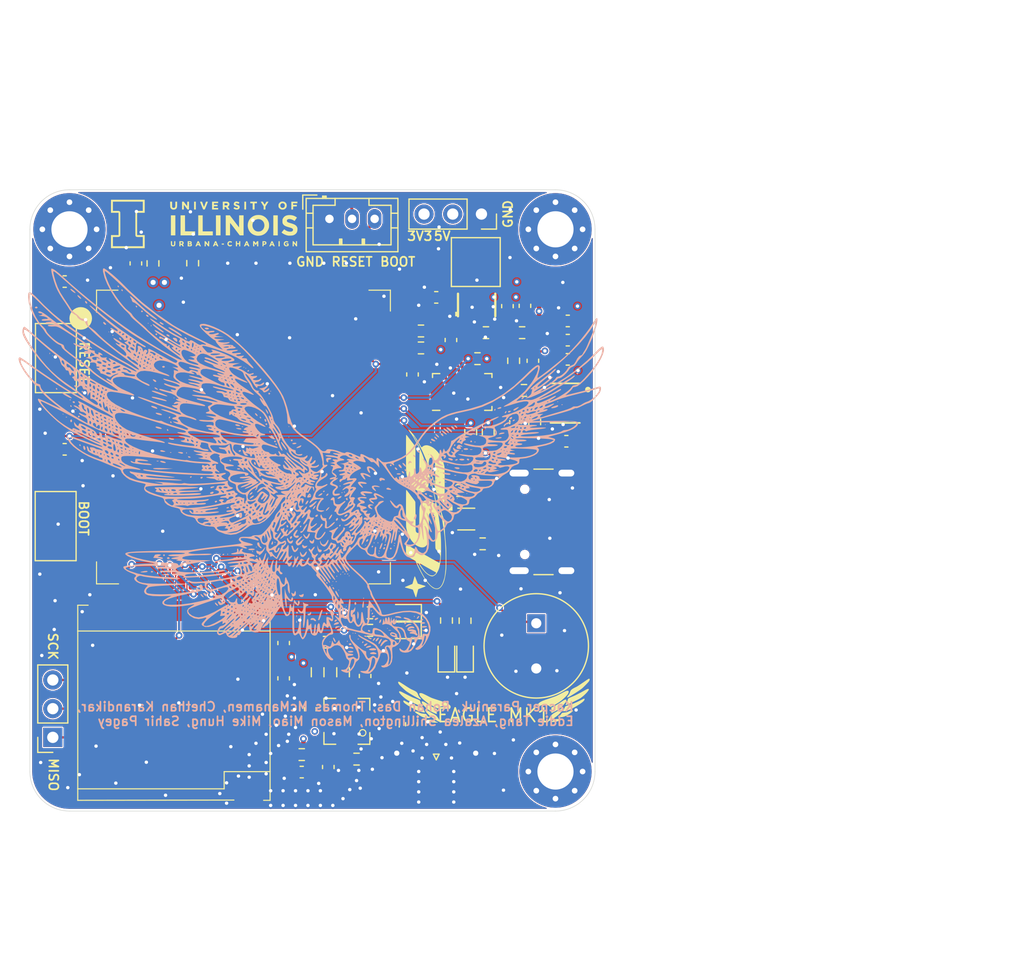
<source format=kicad_pcb>
(kicad_pcb (version 20241229) (generator "pcbnew") (generator_version "9.0")
  (title_block (title "EAGLE Video Receiver") (date "2025-12-02") (rev "A") (company "Illinois Space Society") (comment 4 "Contributors: Kacper Paraniuk"))
  (layers (0 "F.Cu" signal) (4 "In1.Cu" signal) (6 "In2.Cu" signal) (2 "B.Cu" signal) (13 "F.Paste" user) (15 "B.Paste" user) (5 "F.SilkS" user "F.Silkscreen") (7 "B.SilkS" user "B.Silkscreen") (1 "F.Mask" user) (3 "B.Mask" user) (25 "Edge.Cuts" user))
  (net 0 "")
  (net 1 "/BUZZER")
  (net 2 "GND")
  (net 3 "+3V3")
  (net 4 "Net-(C33-Pad1)")
  (net 5 "+5V")
  (net 6 "Net-(U4-RFOUT)")
  (net 7 "/Si4463_ANT")
  (net 8 "Net-(U5-FB)")
  (net 9 "Net-(J1-In)")
  (net 10 "/Antenna_Connector")
  (net 11 "/RESET_SW")
  (net 12 "Net-(D104-A)")
  (net 13 "Net-(D105-A)")
  (net 14 "Net-(D106-A)")
  (net 15 "Net-(D107-A)")
  (net 43 "/D+")
  (net 45 "Net-(J101-CC1)")
  (net 46 "/D-")
  (net 47 "Net-(J101-CC2)")
  (net 49 "/BOOT_SW")
  (net 50 "/SPI_MOSI")
  (net 51 "/SPI_SCK")
  (net 52 "/SPI_MISO")
  (net 53 "Net-(L1-Pad1)")
  (net 55 "/SENSE_ALERT")
  (net 56 "/SENSE_SDA")
  (net 57 "/Antenna_Connector_T")
  (net 58 "/SENSE_SCL")
  (net 59 "/LED_RED")
  (net 60 "/LED_ORANGE")
  (net 61 "/LED_GREEN")
  (net 62 "/LED_BLUE")
  (net 63 "/Si4463_EN")
  (net 64 "/Si4463_GPIO0")
  (net 66 "/Si4463_nIRQ")
  (net 67 "/Si4463_CS")
  (net 68 "/Si4463_GPIO1")
  (net 76 "Net-(U2-L1)")
  (net 81 "/USB_D-")
  (net 88 "unconnected-(U7-GPIO34-Pad61)")
  (net 114 "/USB_D+")
  (net 120 "Net-(U106-IN-)")
  (net 121 "Net-(U106-IN+)")
  (net 122 "/VREG_IN")
  (net 123 "/SYS_POWER")
  (net 124 "unconnected-(U7-GPIO27-Pad54)")
  (net 129 "unconnected-(U7-GPIO28-Pad55)")
  (net 130 "Net-(U7-GPIO36)")
  (net 131 "Net-(U2-L2)")
  (net 132 "Net-(U2-FB)")
  (net 133 "unconnected-(U7-GPIO29-Pad56)")
  (net 134 "Net-(U7-GPIO54)")
  (net 137 "Net-(U5-SS_TR)")
  (net 138 "Net-(U5-COMP_FSET)")
  (footprint "Logos_ISS:ISS_LOGOV2_tiny" (layer "F.Cu") (at 160.037548 98.690944 90)
    (property "Reference" "G***" (hide yes))
    (property "Value" "LOGO" (hide yes))
  )
  (footprint "Capacitor_SMD:C_0603_1608Metric" (layer "F.Cu") (at 162.25 83.3 90)
    (property "Reference" "C114" (hide yes))
    (property "Value" "100nF")
  )
  (footprint "Resistor_SMD:R_0603_1608Metric" (layer "F.Cu") (at 165.057 101.343)
    (property "Reference" "R105" (hide yes))
    (property "Value" "5.1k")
  )
  (footprint "Inductor_SMD:L_0805_2012Metric" (layer "F.Cu") (at 152.707 112.7105 90)
    (property "Reference" "L1" (hide yes))
    (property "Value" "36nH")
  )
  (footprint "Capacitor_SMD:C_0603_1608Metric" (layer "F.Cu") (at 134.375 76.517895 90)
    (property "Reference" "C120" (hide yes))
    (property "Value" "1uF")
  )
  (footprint "Resistor_SMD:R_0603_1608Metric" (layer "F.Cu") (at 165.549998 91.45 90)
    (property "Reference" "R122" (hide yes))
    (property "Value" "4.7k")
  )
  (footprint "Capacitor_SMD:C_0603_1608Metric" (layer "F.Cu") (at 147.45 113.25 -90)
    (property "Reference" "C10" (hide yes))
    (property "Value" "1uF")
  )
  (footprint "Package_DFN_QFN:ST_UQFN-6L_1.5x1.7mm_P0.5mm" (layer "F.Cu") (at 163.6075 99.15)
    (property "Reference" "U101" (hide yes))
    (property "Value" "ECMF02-2AMX6")
  )
  (footprint "Connector_Coaxial:SMA_Molex_73251-2120_EdgeMount_Horizontal" (layer "F.Cu") (at 160.95 122.86 -90)
    (property "Reference" "J1" (hide yes))
    (property "Value" "SMA")
  )
  (footprint "MountingHole:MountingHole_3.2mm_M3_Pad_Via" (layer "F.Cu") (at 128.5 73.5)
    (property "Reference" "H103" (hide yes))
    (property "Value" "MountingHole")
  )
  (footprint "Capacitor_SMD:C_0603_1608Metric" (layer "F.Cu") (at 160.95 79.525)
    (property "Reference" "C1" (hide yes))
    (property "Value" "22uF")
  )
  (footprint "Button_Switch_SMD:SW_SPST_FSMSM" (layer "F.Cu") (at 127.3 84.9 -90)
    (property "Reference" "SW2" (hide yes))
    (property "Value" "SW_Push")
  )
  (footprint "Inductor_SMD:L_0805_2012Metric" (layer "F.Cu") (at 150.457 112.7105 90)
    (property "Reference" "L2" (hide yes))
    (property "Value" "47nH")
  )
  (footprint "Capacitor_SMD:C_0603_1608Metric" (layer "F.Cu") (at 151.1 110.05 180)
    (property "Reference" "C35" (hide yes))
    (property "Value" "100pF")
  )
  (footprint "Package_DFN:DLA0010A" (layer "F.Cu") (at 164.524998 80.200001 90)
    (property "Reference" "U2" (hide yes))
    (property "Value" "TPS63802")
  )
  (footprint "Package_VQFN:VQFN-REL0014B" (layer "F.Cu") (at 163.249999 87.9 90)
    (property "Reference" "U106" (hide yes))
    (property "Value" "INA745x")
  )
  (footprint "Capacitor_SMD:C_0603_1608Metric" (layer "F.Cu") (at 167.962498 90.5625 90)
    (property "Reference" "C46" (hide yes))
    (property "Value" "4.7nF")
  )
  (footprint "Capacitor_SMD:C_0603_1608Metric" (layer "F.Cu") (at 154.6575 113.0425 90)
    (property "Reference" "C36" (hide yes))
    (property "Value" "1uF")
  )
  (footprint "Capacitor_SMD:C_0603_1608Metric" (layer "F.Cu") (at 172.587498 83.3125)
    (property "Reference" "C5" (hide yes))
    (property "Value" "22uF")
  )
  (footprint "Button_Switch_SMD:SW_SPST_FSMSM" (layer "F.Cu") (at 127.275 99.775 -90)
    (property "Reference" "SW3" (hide yes))
    (property "Value" "SW_Push")
  )
  (footprint "Resistor_SMD:R_0603_1608Metric" (layer "F.Cu") (at 153.9 120.4)
    (property "Reference" "R119" (hide yes))
    (property "Value" "0")
  )
  (footprint "Resistor_SMD:R_0603_1608Metric" (layer "F.Cu") (at 155.0875 107.45)
    (property "Reference" "R144" (hide yes))
    (property "Value" "470")
  )
  (footprint "Capacitor_SMD:C_0603_1608Metric" (layer "F.Cu") (at 172.587498 81.6125)
    (property "Reference" "C48" (hide yes))
    (property "Value" "22uF")
  )
  (footprint "Resistor_SMD:R_0603_1608Metric" (layer "F.Cu") (at 149.05 120 180)
    (property "Reference" "R4" (hide yes))
    (property "Value" "0")
  )
  (footprint "Resistor_SMD:R_0603_1608Metric" (layer "F.Cu") (at 165.349998 82.65 180)
    (property "Reference" "R2" (hide yes))
    (property "Value" "91k")
  )
  (footprint "Resistor_SMD:R_0603_1608Metric" (layer "F.Cu") (at 139.4 76.5 90)
    (property "Reference" "R3" (hide yes))
    (property "Value" "0")
  )
  (footprint "MCU_ESP32:ESP32-P4-Module-Waveshare" (layer "F.Cu") (at 130.3935 78.387)
    (property "Reference" "U7" (hide yes))
    (property "Value" "ESP32-P4")
  )
  (footprint "Capacitor_SMD:C_0603_1608Metric" (layer "F.Cu") (at 169.5 85.1375 90)
    (property "Reference" "C47" (hide yes))
    (property "Value" "10pF")
  )
  (footprint "Resistor_SMD:R_0603_1608Metric" (layer "F.Cu") (at 155.0875 109)
    (property "Reference" "R143" (hide yes))
    (property "Value" "470")
  )
  (footprint "Capacitor_SMD:C_0603_1608Metric" (layer "F.Cu") (at 151.4 121.1 -90)
    (property "Reference" "C33" (hide yes))
    (property "Value" "100pF")
  )
  (footprint "Resistor_SMD:R_0603_1608Metric" (layer "F.Cu") (at 167.8 85.1375 90)
    (property "Reference" "R18" (hide yes))
    (property "Value" "453k")
  )
  (footprint "LED_SMD:LED_0603_1608Metric" (layer "F.Cu") (at 163.5 111.2 90)
    (property "Reference" "D105" (hide yes))
    (property "Value" "ORANGE LED")
  )
  (footprint "Connector_PinSocket_2.54mm:PinSocket_1x03_P2.54mm_Vertical" (layer "F.Cu") (at 127.025 118.475 180)
    (property "Reference" "J109" (hide yes))
    (property "Value" "Conn_01x03")
  )
  (footprint "Connector_JST:JST_PH_B3B-PH-K_1x03_P2.00mm_Vertical" (layer "F.Cu") (at 151.5 72.575)
    (property "Reference" "J107" (hide yes))
    (property "Value" "Conn_01x03")
  )
  (footprint "Capacitor_SMD:C_0603_1608Metric" (layer "F.Cu") (at 128.075 92.975)
    (property "Reference" "C8" (hide yes))
    (property "Value" "100nF")
  )
  (footprint "LOGO" (layer "F.Cu") (at 159.9 115.375)
    (property "Reference" "G***" (hide yes))
    (property "Value" "LOGO" (hide yes))
  )
  (footprint "LED_SMD:LED_0603_1608Metric" (layer "F.Cu") (at 158.1375 109 180)
    (property "Reference" "D106" (hide yes))
    (property "Value" "GREEN LED")
  )
  (footprint "RF_Module_NiceRF:RF4463PRO" (layer "F.Cu") (at 137.475 115.95 -90)
    (property "Reference" "U1" (hide yes))
    (property "Value" "RF4463PRO")
  )
  (footprint "Capacitor_SMD:C_0603_1608Metric" (layer "F.Cu") (at 149.807 115.9855 90)
    (property "Reference" "C37" (hide yes))
    (property "Value" "100pF")
  )
  (footprint "Capacitor_SMD:C_0603_1608Metric" (layer "F.Cu") (at 158.849998 86.35 -90)
    (property "Reference" "C3" (hide yes))
    (property "Value" "100nF")
  )
  (footprint "Capacitor_SMD:C_0603_1608Metric" (layer "F.Cu") (at 128.075 78.125)
    (property "Reference" "C7" (hide yes))
    (property "Value" "100nF")
  )
  (footprint "LED_SMD:LED_0603_1608Metric" (layer "F.Cu") (at 158.15 107.45 180)
    (property "Reference" "D107" (hide yes))
    (property "Value" "BLUE LED")
  )
  (footprint "MountingHole:MountingHole_3.2mm_M3_Pad_Via" (layer "F.Cu") (at 171.5 73.5)
    (property "Reference" "H104" (hide yes))
    (property "Value" "MountingHole")
  )
  (footprint "Capacitor_SMD:C_0603_1608Metric" (layer "F.Cu") (at 168.799998 80.275 90)
    (property "Reference" "C2" (hide yes))
    (property "Value" "22uF")
  )
  (footprint "Resistor_SMD:R_0603_1608Metric" (layer "F.Cu") (at 161.858 108.133 -90)
    (property "Reference" "R141" (hide yes))
    (property "Value" "470")
  )
  (footprint "MountingHole:MountingHole_3.2mm_M3_Pad_Via" (layer "F.Cu") (at 171.5 121.5)
    (property "Reference" "H101" (hide yes))
    (property "Value" "MountingHole")
  )
  (footprint "LOGO" (layer "F.Cu") (at 140.425 73.025)
    (property "Reference" "G***" (hide yes))
    (property "Value" "LOGO" (hide yes))
  )
  (footprint "Connector_PinSocket_2.54mm:PinSocket_1x03_P2.54mm_Vertical" (layer "F.Cu") (at 164.95 72.15 -90)
    (property "Reference" "J108" (hide yes))
    (property "Value" "Conn_01x03")
  )
  (footprint "Resistor_SMD:R_0603_1608Metric" (layer "F.Cu") (at 159.599998 84)
    (property "Reference" "R5" (hide yes))
    (property "Value" "10k")
  )
  (footprint "Capacitor_SMD:C_0603_1608Metric" (layer "F.Cu") (at 172.587498 85.0125)
    (property "Reference" "C4" (hide yes))
    (property "Value" "22uF")
  )
  (footprint "Inductor_SMD:L_Wuerth_MAPI-4030" (layer "F.Cu") (at 164.449998 76.4)
    (property "Reference" "L4" (hide yes))
    (property "Value" "470nH")
  )
  (footprint "Capacitor_SMD:C_0603_1608Metric" (layer "F.Cu") (at 167.25 80.3 90)
    (property "Reference" "C6" (hide yes))
    (property "Value" "22uF")
  )
  (footprint "Resistor_SMD:R_0603_1608Metric" (layer "F.Cu") (at 168.549998 82.65 180)
    (property "Reference" "R1" (hide yes))
    (property "Value" "806k")
  )
  (footprint "Resistor_SMD:R_0603_1608Metric" (layer "F.Cu") (at 135.8875 76.517895 -90)
    (property "Reference" "R140" (hide yes))
    (property "Value" "20k")
  )
  (footprint "Connector_USB:USB_C_Receptacle_GCT_USB4105-xx-A_16P_TopMnt_Horizontal" (layer "F.Cu") (at 171.39 99.4 90)
    (property "Reference" "J101" (hide yes))
    (property "Value" "USB4105-GF-A")
  )
  (footprint "Resistor_SMD:R_0603_1608Metric" (layer "F.Cu") (at 157.15725 117.31775 -90)
    (property "Reference" "R118" (hide yes))
    (property "Value" "0")
  )
  (footprint "Package_QFN:QFN-8-1EP_3x3mm_P1.2mm_EP1.7x1.7mm" (layer "F.Cu") (at 153.045 117.055 180)
    (property "Reference" "U4" (hide yes))
    (property "Value" "PMA-545G1+")
  )
  (footprint "LOGO" (layer "F.Cu") (at 172.257584 115.226128)
    (property "Reference" "G***" (hide yes))
    (property "Value" "LOGO" (hide yes))
  )
  (footprint "Capacitor_SMD:C_0603_1608Metric" (layer "F.Cu") (at 158.75025 117.31425 -90)
    (property "Reference" "C49" (hide yes))
    (property "Value" "100pF")
  )
  (footprint "Resistor_SMD:R_0603_1608Metric" (layer "F.Cu") (at 159.599998 82.5)
    (property "Reference" "R19" (hide yes))
    (property "Value" "10k")
  )
  (footprint "LED_SMD:LED_0603_1608Metric" (layer "F.Cu") (at 161.85 111.2 90)
    (property "Reference" "D104" (hide yes))
    (property "Value" "RED LED")
  )
  (footprint "Resistor_SMD:R_0603_1608Metric" (layer "F.Cu") (at 168.712498 87.7625)
    (property "Reference" "R16" (hide yes))
    (property "Value" "100k")
  )
  (footprint "Capacitor_SMD:C_0603_1608Metric" (layer "F.Cu") (at 149.05 121.55 180)
    (property "Reference" "C34" (hide yes))
    (property "Value" "1uF")
  )
  (footprint "Capacitor_SMD:C_0603_1608Metric" (layer "F.Cu") (at 147.45 110.125 90)
    (property "Reference" "C31" (hide yes))
    (property "Value" "100nF")
  )
  (footprint "Resistor_SMD:R_0603_1608Metric" (layer "F.Cu") (at 164.599998 84.95 180)
    (property "Reference" "R116" (hide yes))
    (property "Value" "10k")
  )
  (footprint "Buzzer_Beeper:MagneticBuzzer_PUI_AT-0927-TT-6-R" (layer "F.Cu") (at 169.8 108.375 -90)
    (property "Reference" "BZ101" (hide yes))
    (property "Value" "Buzzer")
  )
  (footprint "Capacitor_SMD:C_0603_1608Metric" (layer "F.Cu") (at 172.462498 92.2625)
    (property "Reference" "C45" (hide yes))
    (property "Value" "22uF")
  )
  (footprint "Package_QFN:QFN-FCMOD-VCA0013A" (layer "F.Cu") (at 172.359999 88.8875 -90)
    (property "Reference" "U5" (hide yes))
    (property "Value" "TPSM82813")
  )
  (footprint "Resistor_SMD:R_0603_1608Metric" (layer "F.Cu") (at 163.999998 91.45 90)
    (property "Reference" "R117" (hide yes))
    (property "Value" "4.7k")
  )
  (footprint "Resistor_SMD:R_0603_1608Metric" (layer "F.Cu") (at 169.662498 90.5625 -90)
    (property "Reference" "R14" (hide yes))
    (property "Value" "10k")
  )
  (footprint "Resistor_SMD:R_0603_1608Metric" (layer "F.Cu") (at 163 96.625)
    (property "Reference" "R106" (hide yes))
    (property "Value" "5.1k")
  )
  (footprint "Resistor_SMD:R_0603_1608Metric" (layer "F.Cu") (at 163.5 108.15 -90)
    (property "Reference" "R142" (hide yes))
    (property "Value" "470")
  )
  (footprint "Memes:Eagle" (layer "B.Cu") (at 149.9 94.9 180)
    (property "Reference" "G***" (hide yes))
    (property "Value" "LOGO" (hide yes))
  )
  (gr_arc (start 171.5 70) (mid 173.974874 71.025126) (end 175 73.5) (stroke (width 0.05)) (layer "Edge.Cuts"))
  (gr_line (start 171.5 70) (end 128.5 70) (stroke (width 0.05)) (layer "Edge.Cuts"))
  (gr_arc (start 175 121.5) (mid 173.974874 123.974874) (end 171.5 125) (stroke (width 0.05)) (layer "Edge.Cuts"))
  (gr_line (start 128.5 125) (end 171.5 125) (stroke (width 0.05)) (layer "Edge.Cuts"))
  (gr_arc (start 125 73.5) (mid 126.025126 71.025126) (end 128.5 70) (stroke (width 0.05)) (layer "Edge.Cuts"))
  (gr_line (start 175 121.5) (end 175 73.5) (stroke (width 0.05)) (layer "Edge.Cuts"))
  (gr_arc (start 128.5 125) (mid 126.025126 123.974874) (end 125 121.5) (stroke (width 0.05)) (layer "Edge.Cuts"))
  (gr_line (start 125 73.5) (end 125 121.5) (stroke (width 0.05)) (layer "Edge.Cuts"))
  (gr_text "RESET\n" (at 153.5 76.375 0) (layer "F.SilkS") (effects (font (size 0.8 0.8))))
  (gr_text "5V" (at 162.3 74.1 0) (layer "F.SilkS") (effects (font (size 0.8 0.8)) (justify right)))
  (gr_text "BOOT" (at 155.9 76.375 0) (layer "F.SilkS") (effects (font (size 0.8 0.8)) (justify left)))
  (gr_text "RESET" (at 129.8 87.175 270) (layer "F.SilkS") (effects (font (size 0.8 0.8)) (justify right)))
  (gr_text "SCK" (at 127.025 111.7 270) (layer "F.SilkS") (effects (font (size 0.8 0.8)) (justify right)))
  (gr_text "BOOT" (at 129.75 100.725 270) (layer "F.SilkS") (effects (font (size 0.8 0.8)) (justify right)))
  (gr_text "GND" (at 167.3 72.150001 90) (layer "F.SilkS") (effects (font (size 0.8 0.8))))
  (gr_text "GND" (at 151.1 76.375 0) (layer "F.SilkS") (effects (font (size 0.8 0.8)) (justify right)))
  (gr_text "MISO\n" (at 127.075 123.325 270) (layer "F.SilkS") (effects (font (size 0.8 0.8)) (justify right)))
  (gr_text "3V3" (at 160.7 74.1 0) (layer "F.SilkS") (effects (font (size 0.8 0.8)) (justify right)))
  (gr_text "EAGLE MK1" (at 171.125 116.525 0) (layer "F.SilkS") (effects (font (size 1.2 1.2)) (justify right)))
  (gr_text "Kacper Paraniuk, Rohan Das, Thomas McManamen, Chethan Karandikar, \nEddie Tang, Azalea Shillington, Mason Miao, Mike Hung, Sahir Pagey" (at 173.2 116.4 0) (layer "B.SilkS") (effects (font (size 0.8 0.8) (thickness 0.15) (bold yes)) (justify left mirror)))
  (via (at 150.2 117.95) (size 0.6) (drill 0.3) (layers "F.Cu" "B.Cu") (net 0))
  (segment (start 141.5 103.0305) (end 140.3935 104.137) (width 0.2) (layer "F.Cu") (net 1))
  (segment (start 141.5 102.625) (end 141.5 103.0305) (width 0.2) (layer "F.Cu") (net 1))
  (segment (start 167.8 108.25) (end 166.55 107) (width 0.2) (layer "F.Cu") (net 1))
  (segment (start 140.3935 104.137) (end 140.3935 104.762) (width 0.2) (layer "F.Cu") (net 1))
  (segment (start 166.55 107) (end 166.5 106.95) (width 0.2) (layer "F.Cu") (net 1))
  (segment (start 170.25 109) (end 169.5 108.25) (width 0.2) (layer "F.Cu") (net 1))
  (segment (start 169.5 108.25) (end 167.8 108.25) (width 0.2) (layer "F.Cu") (net 1))
  (via (at 166.55 107) (size 0.6) (drill 0.3) (layers "F.Cu" "B.Cu") (net 1))
  (via (at 141.5 102.625) (size 0.6) (drill 0.3) (layers "F.Cu" "B.Cu") (net 1))
  (segment (start 162.525 102.975) (end 166.55 107) (width 0.2) (layer "B.Cu") (net 1))
  (segment (start 144.425 102.975) (end 162.525 102.975) (width 0.2) (layer "B.Cu") (net 1))
  (segment (start 144.075 102.625) (end 144.425 102.975) (width 0.2) (layer "B.Cu") (net 1))
  (segment (start 141.5 102.625) (end 144.075 102.625) (width 0.2) (layer "B.Cu") (net 1))
  (segment (start 163.549998 89.3) (end 162.95 89.3) (width 0.2) (layer "F.Cu") (net 2))
  (segment (start 162.95 89.3) (end 162.95 90.099998) (width 0.2) (layer "F.Cu") (net 2))
  (segment (start 164.524998 78.025) (end 164.549998 78) (width 0.2) (layer "F.Cu") (net 2))
  (segment (start 162.95 90.099998) (end 162.749998 90.3) (width 0.2) (layer "F.Cu") (net 2))
  (segment (start 164.024999 81.100002) (end 164.524998 81.100002) (width 0.2) (layer "F.Cu") (net 2))
  (segment (start 164.524998 79.650002) (end 164.524998 78.025) (width 0.2) (layer "F.Cu") (net 2))
  (via (at 170.95 97.425) (size 0.6) (drill 0.3) (layers "F.Cu" "B.Cu") (net 2))
  (via (at 127.5 99.6) (size 0.6) (drill 0.3) (layers "F.Cu" "B.Cu") (net 2))
  (via (at 142.5 76.5) (size 0.6) (drill 0.3) (layers "F.Cu" "B.Cu") (net 2))
  (via (at 172.3 109.025) (size 0.6) (drill 0.3) (layers "F.Cu" "B.Cu") (net 2))
  (via (at 173 96.4) (size 0.6) (drill 0.3) (layers "F.Cu" "B.Cu") (net 2))
  (via (at 160.075 107.425) (size 0.6) (drill 0.3) (layers "F.Cu" "B.Cu") (net 2))
  (via (at 143.375 98.85) (size 0.6) (drill 0.3) (layers "F.Cu" "B.Cu") (net 2))
  (via (at 155.525 100.2) (size 0.6) (drill 0.3) (layers "F.Cu" "B.Cu") (net 2))
  (via (at 157.9 119) (size 0.6) (drill 0.3) (layers "F.Cu" "B.Cu") (net 2))
  (via (at 145.675 108.15) (size 0.6) (drill 0.3) (layers "F.Cu" "B.Cu") (net 2))
  (via (at 146.8 117.4) (size 0.6) (drill 0.3) (layers "F.Cu" "B.Cu") (net 2))
  (via (at 142.4 124.3) (size 0.6) (drill 0.3) (layers "F.Cu" "B.Cu") (net 2))
  (via (at 170.775 82.725) (size 0.6) (drill 0.3) (layers "F.Cu" "B.Cu") (net 2))
  (via (at 144.4 120) (size 0.6) (drill 0.3) (layers "F.Cu" "B.Cu") (net 2))
  (via (at 130.85 119.25) (size 0.6) (drill 0.3) (layers "F.Cu" "B.Cu") (net 2))
  (via (at 160.05 109) (size 0.6) (drill 0.3) (layers "F.Cu" "B.Cu") (net 2))
  (via (at 163.5 113.15) (size 0.6) (drill 0.3) (layers "F.Cu" "B.Cu") (net 2))
  (via (at 172.15 78.2) (size 0.6) (drill 0.3) (layers "F.Cu" "B.Cu") (net 2))
  (via (at 150.45 103.525) (size 0.6) (drill 0.3) (layers "F.Cu" "B.Cu") (net 2))
  (via (at 158.95 110.2) (size 0.6) (drill 0.3) (layers "F.Cu" "B.Cu") (net 2))
  (via (at 163.025 118.975) (size 0.6) (drill 0.3) (layers "F.Cu" "B.Cu") (net 2))
  (via (at 155.3 121.3) (size 0.6) (drill 0.3) (layers "F.Cu" "B.Cu") (net 2))
  (via (at 144.725 72.7) (size 0.6) (drill 0.3) (layers "F.Cu" "B.Cu") (net 2))
  (via (at 166.475 102.375) (size 0.6) (drill 0.3) (layers "F.Cu" "B.Cu") (net 2))
  (via (at 155.85 103.825) (size 0.6) (drill 0.3) (layers "F.Cu" "B.Cu") (net 2))
  (via (at 148.875 108.1) (size 0.6) (drill 0.3) (layers "F.Cu" "B.Cu") (net 2))
  (via (at 166.75 109.425) (size 0.6) (drill 0.3) (layers "F.Cu" "B.Cu") (net 2))
  (via (at 145 119) (size 0.6) (drill 0.3) (layers "F.Cu" "B.Cu") (net 2))
  (via (at 158 104.575) (size 0.6) (drill 0.3) (layers "F.Cu" "B.Cu") (net 2))
  (via (at 127.225 106.375) (size 0.6) (drill 0.3) (layers "F.Cu" "B.Cu") (net 2))
  (via (at 146.3 119.9) (size 0.6) (drill 0.3) (layers "F.Cu" "B.Cu") (net 2))
  (via (at 168.825 90.675) (size 0.6) (drill 0.3) (layers "F.Cu" "B.Cu") (net 2))
  (via (at 133.525 75.125) (size 0.6) (drill 0.3) (layers "F.Cu" "B.Cu") (net 2))
  (via (at 148.4 115) (size 0.6) (drill 0.3) (layers "F.Cu" "B.Cu") (net 2))
  (via (at 153 76.5) (size 0.6) (drill 0.3) (layers "F.Cu" "B.Cu") (net 2))
  (via (at 167.775 118.7) (size 0.6) (drill 0.3) (layers "F.Cu" "B.Cu") (net 2))
  (via (at 126.05 111.225) (size 0.6) (drill 0.3) (layers "F.Cu" "B.Cu") (net 2))
  (via (at 159.4 124.2) (size 0.6) (drill 0.3) (layers "F.Cu" "B.Cu") (net 2))
  (via (at 171.625 112.575) (size 0.6) (drill 0.3) (layers "F.Cu" "B.Cu") (net 2))
  (via (at 161.3 118) (size 0.6) (drill 0.3) (layers "F.Cu" "B.Cu") (net 2))
  (via (at 168.05 81.6) (size 0.6) (drill 0.3) (layers "F.Cu" "B.Cu") (net 2))
  (via (at 129.625 107.35) (size 0.6) (drill 0.3) (layers "F.Cu" "B.Cu") (net 2))
  (via (at 130.1 78) (size 0.6) (drill 0.3) (layers "F.Cu" "B.Cu") (net 2))
  (via (at 148 76.5) (size 0.6) (drill 0.3) (layers "F.Cu" "B.Cu") (net 2))
  (via (at 150.55 122.55) (size 0.6) (drill 0.3) (layers "F.Cu" "B.Cu") (net 2))
  (via (at 125.875 104.025) (size 0.6) (drill 0.3) (layers "F.Cu" "B.Cu") (net 2))
  (via (at 137.05 83.25) (size 0.6) (drill 0.3) (layers "F.Cu" "B.Cu") (net 2))
  (via (at 163.1 105.35) (size 0.6) (drill 0.3) (layers "F.Cu" "B.Cu") (net 2))
  (via (at 168 112.625) (size 0.6) (drill 0.3) (layers "F.Cu" "B.Cu") (net 2))
  (via (at 143.45 121.9) (size 0.6) (drill 0.3) (layers "F.Cu" "B.Cu") (net 2))
  (via (at 151.8 124.5) (size 0.6) (drill 0.3) (layers "F.Cu" "B.Cu") (net 2))
  (via (at 138.175 115.425) (size 0.6) (drill 0.3) (layers "F.Cu" "B.Cu") (net 2))
  (via (at 144.4 121) (size 0.6) (drill 0.3) (layers "F.Cu" "B.Cu") (net 2))
  (via (at 167.5 71.75) (size 0.6) (drill 0.3) (layers "F.Cu" "B.Cu") (net 2))
  (via (at 159.4 122.4) (size 0.6) (drill 0.3) (layers "F.Cu" "B.Cu") (net 2))
  (via (at 155.9 117.7) (size 0.6) (drill 0.3) (layers "F.Cu" "B.Cu") (net 2))
  (via (at 173.325 116.05) (size 0.6) (drill 0.3) (layers "F.Cu" "B.Cu") (net 2))
  (via (at 145.575 116.425) (size 0.6) (drill 0.3) (layers "F.Cu" "B.Cu") (net 2))
  (via (at 146 87.175) (size 0.6) (drill 0.3) (layers "F.Cu" "B.Cu") (net 2))
  (via (at 170 92) (size 0.6) (drill 0.3) (layers "F.Cu" "B.Cu") (net 2))
  (via (at 157.1 115.3) (size 0.6) (drill 0.3) (layers "F.Cu" "B.Cu") (net 2))
  (via (at 158.35 112.775) (size 0.6) (drill 0.3) (layers "F.Cu" "B.Cu") (net 2))
  (via (at 157.95 100.493) (size 0.6) (drill 0.3) (layers "F.Cu" "B.Cu") (net 2))
  (via (at 132.125 76.9) (size 0.6) (drill 0.3) (layers "F.Cu" "B.Cu") (net 2))
  (via (at 162.5 123.3) (size 0.6) (drill 0.3) (layers "F.Cu" "B.Cu") (net 2))
  (via (at 159.975 104.575) (size 0.6) (drill 0.3) (layers "F.Cu" "B.Cu") (net 2))
  (via (at 157.95 95.4) (size 0.6) (drill 0.3) (layers "F.Cu" "B.Cu") (net 2))
  (via (at 134.7 115.625) (size 0.6) (drill 0.3) (layers "F.Cu" "B.Cu") (net 2))
  (via (at 134.85 73.75) (size 0.6) (drill 0.3) (layers "F.Cu" "B.Cu") (net 2))
  (via (at 152.3 121.4) (size 0.6) (drill 0.3) (layers "F.Cu" "B.Cu") (net 2))
  (via (at 147.975 83.1) (size 0.6) (drill 0.3) (layers "F.Cu" "B.Cu") (net 2))
  (via (at 130.3 105.85) (size 0.6) (drill 0.3) (layers "F.Cu" "B.Cu") (net 2))
  (via (at 151.9 118.15) (size 0.6) (drill 0.3) (layers "F.Cu" "B.Cu") (net 2))
  (via (at 170.525 87.5) (size 0.6) (drill 0.3) (layers "F.Cu" "B.Cu") (net 2))
  (via (at 153.025 110.525) (size 0.6) (drill 0.3) (layers "F.Cu" "B.Cu") (net 2))
  (via (at 162.2 85.775) (size 0.6) (drill 0.3) (layers "F.Cu" "B.Cu") (net 2))
  (via (at 157.7 77.025) (size 0.6) (drill 0.3) (layers "F.Cu" "B.Cu") (net 2))
  (via (at 154.1 115.8) (size 0.6) (drill 0.3) (layers "F.Cu" "B.Cu") (net 2))
  (via (at 151.775 88.225) (size 0.6) (drill 0.3) (layers "F.Cu" "B.Cu") (net 2))
  (via (at 132.6 122.525) (size 0.6) (drill 0.3) (layers "F.Cu" "B.Cu") (net 2))
  (via (at 155.9 74.825) (size 0.6) (drill 0.3) (layers "F.Cu" "B.Cu") (net 2))
  (via (at 162.749998 90.3) (size 0.6) (drill 0.3) (layers "F.Cu" "B.Cu") (net 2))
  (via (at 161.2 73.3) (size 0.6) (drill 0.3) (layers "F.Cu" "B.Cu") (net 2))
  (via (at 152.7 123.9) (size 0.6) (drill 0.3) (layers "F.Cu" "B.Cu") (net 2))
  (via (at 164.549998 78) (size 0.6) (drill 0.3) (layers "F.Cu" "B.Cu") (net 2))
  (via (at 148.4 113.8) (size 0.6) (drill 0.3) (layers "F.Cu" "B.Cu") (net 2))
  (via (at 155.85 113.7) (size 0.6) (drill 0.3) (layers "F.Cu" "B.Cu") (net 2))
  (via (at 138.575 79.95) (size 0.6) (drill 0.3) (layers "F.Cu" "B.Cu") (net 2))
  (via (at 162.375 100.35) (size 0.6) (drill 0.3) (layers "F.Cu" "B.Cu") (net 2))
  (via (at 147.775 114.8) (size 0.6) (drill 0.3) (layers "F.Cu" "B.Cu") (net 2))
  (via (at 161.2 102) (size 0.6) (drill 0.3) (layers "F.Cu" "B.Cu") (net 2))
  (via (at 156.325 79.425) (size 0.6) (drill 0.3) (layers "F.Cu" "B.Cu") (net 2))
  (via (at 125.875 89.425) (size 0.6) (drill 0.3) (layers "F.Cu" "B.Cu") (net 2))
  (via (at 129.625 93.975) (size 0.6) (drill 0.3) (layers "F.Cu" "B.Cu") (net 2))
  (via (at 159.9 78.625) (size 0.6) (drill 0.3) (layers "F.Cu" "B.Cu") (net 2))
  (via (at 154.1 121.4) (size 0.6) (drill 0.3) (layers "F.Cu" "B.Cu") (net 2))
  (via (at 159.4 121.5) (size 0.6) (drill 0.3) (layers "F.Cu" "B.Cu") (net 2))
  (via (at 171.775 80.45) (size 0.6) (drill 0.3) (layers "F.Cu" "B.Cu") (net 2))
  (via (at 127.15 108.925) (size 0.6) (drill 0.3) (layers "F.Cu" "B.Cu") (net 2))
  (via (at 166.3 95.55) (size 0.6) (drill 0.3) (layers "F.Cu" "B.Cu") (net 2))
  (via (at 171.9 105.675) (size 0.6) (drill 0.3) (layers "F.Cu" "B.Cu") (net 2))
  (via (at 140.125 96.475) (size 0.6) (drill 0.3) (layers "F.Cu" "B.Cu") (net 2))
  (via (at 145.9 121.7) (size 0.6) (drill 0.3) (layers "F.Cu" "B.Cu") (net 2))
  (via (at 164.35 102.275) (size 0.6) (drill 0.3) (layers "F.Cu" "B.Cu") (net 2))
  (via (at 141.8 123.45) (size 0.6) (drill 0.3) (layers "F.Cu" "B.Cu") (net 2))
  (via (at 153.825 81.425) (size 0.6) (drill 0.3) (layers "F.Cu" "B.Cu") (net 2))
  (via (at 145.9 118.2) (size 0.6) (drill 0.3) (layers "F.Cu" "B.Cu") (net 2))
  (via (at 166 80.35) (size 0.6) (drill 0.3) (layers "F.Cu" "B.Cu") (net 2))
  (via (at 148.125 98.3) (size 0.6) (drill 0.3) (layers "F.Cu" "B.Cu") (net 2))
  (via (at 129.7 96.2) (size 0.6) (drill 0.3) (layers "F.Cu" "B.Cu") (net 2))
  (via (at 164.325 81.7) (size 0.6) (drill 0.3) (layers "F.Cu" "B.Cu") (net 2))
  (via (at 127.25 84.8) (size 0.6) (drill 0.3) (layers "F.Cu" "B.Cu") (net 2))
  (via (at 154.225 122.975) (size 0.6) (drill 0.3) (layers "F.Cu" "B.Cu") (net 2))
  (via (at 171 100.85) (size 0.6) (drill 0.3) (layers "F.Cu" "B.Cu") (net 2))
  (via (at 161 85.45) (size 0.6) (drill 0.3) (layers "F.Cu" "B.Cu") (net 2))
  (via (at 162.5 122.4) (size 0.6) (drill 0.3) (layers "F.Cu" "B.Cu") (net 2))
  (via (at 159.325 92.95) (size 0.6) (drill 0.3) (layers "F.Cu" "B.Cu") (net 2))
  (via (at 126.35 91.55) (size 0.6) (drill 0.3) (layers "F.Cu" "B.Cu") (net 2))
  (via (at 166.1 119.9) (size 0.6) (drill 0.3) (layers "F.Cu" "B.Cu") (net 2))
  (via (at 162.5 124.2) (size 0.6) (drill 0.3) (layers "F.Cu" "B.Cu") (net 2))
  (via (at 164.125 80.4) (size 0.6) (drill 0.3) (layers "F.Cu" "B.Cu") (net 2))
  (via (at 137 123.6) (size 0.6) (drill 0.3) (layers "F.Cu" "B.Cu") (net 2))
  (via (at 150.85 94.95) (size 0.6) (drill 0.3) (layers "F.Cu" "B.Cu") (net 2))
  (via (at 130.55 110.325) (size 0.6) (drill 0.3) (layers "F.Cu" "B.Cu") (net 2))
  (via (at 129.925 81.5) (size 0.6) (drill 0.3) (layers "F.Cu" "B.Cu") (net 2))
  (via (at 140.175 87.7) (size 0.6) (drill 0.3) (layers "F.Cu" "B.Cu") (net 2))
  (via (at 158.7 102.125) (size 0.6) (drill 0.3) (layers "F.Cu" "B.Cu") (net 2))
  (via (at 160.2 117.1) (size 0.6) (drill 0.3) (layers "F.Cu" "B.Cu") (net 2))
  (via (at 129.375 121.775) (size 0.6) (drill 0.3) (layers "F.Cu" "B.Cu") (net 2))
  (via (at 145 76.5) (size 0.6) (drill 0.3) (layers "F.Cu" "B.Cu") (net 2))
  (via (at 159.899998 87) (size 0.6) (drill 0.3) (layers "F.Cu" "B.Cu") (net 2))
  (via (at 150.7 124.5) (size 0.6) (drill 0.3) (layers "F.Cu" "B.Cu") (net 2))
  (via (at 172.175 90.775) (size 0.6) (drill 0.3) (layers "F.Cu" "B.Cu") (net 2))
  (via (at 134.075 88.425) (size 0.6) (drill 0.3) (layers "F.Cu" "B.Cu") (net 2))
  (via (at 161.15 75.225) (size 0.6) (drill 0.3) (layers "F.Cu" "B.Cu") (net 2))
  (via (at 167.475 76) (size 0.6) (drill 0.3) (layers "F.Cu" "B.Cu") (net 2))
  (via (at 155.5 115.6) (size 0.6) (drill 0.3) (layers "F.Cu" "B.Cu") (net 2))
  (via (at 166.649998 87.5) (size 0.6) (drill 0.3) (layers "F.Cu" "B.Cu") (net 2))
  (via (at 162.5 88) (size 0.6) (drill 0.3) (layers "F.Cu" "B.Cu") (net 2))
  (via (at 167.3 93.75) (size 0.6) (drill 0.3) (layers "F.Cu" "B.Cu") (net 2))
  (via (at 148.4 116) (size 0.6) (drill 0.3) (layers "F.Cu" "B.Cu") (net 2))
  (via (at 166.125 81.45) (size 0.6) (drill 0.3) (layers "F.Cu" "B.Cu") (net 2))
  (via (at 147.4 123.2) (size 0.6) (drill 0.3) (layers "F.Cu" "B.Cu") (net 2))
  (via (at 128.8 89.6) (size 0.6) (drill 0.3) (layers "F.Cu" "B.Cu") (net 2))
  (via (at 125.95 120.7) (size 0.6) (drill 0.3) (layers "F.Cu" "B.Cu") (net 2))
  (via (at 159.4 123.3) (size 0.6) (drill 0.3) (layers "F.Cu" "B.Cu") (net 2))
  (via (at 129.85 87.975) (size 0.6) (drill 0.3) (layers "F.Cu" "B.Cu") (net 2))
  (via (at 142.4 122.5) (size 0.6) (drill 0.3) (layers "F.Cu" "B.Cu") (net 2))
  (via (at 148.5 123.2) (size 0.6) (drill 0.3) (layers "F.Cu" "B.Cu") (net 2))
  (via (at 154.3 119.5) (size 0.6) (drill 0.3) (layers "F.Cu" "B.Cu") (net 2))
  (via (at 147 119.2) (size 0.6) (drill 0.3) (layers "F.Cu" "B.Cu") (net 2))
  (via (at 158.7 115.4) (size 0.6) (drill 0.3) (layers "F.Cu" "B.Cu") (net 2))
  (via (at 149.6 124.5) (size 0.6) (drill 0.3) (layers "F.Cu" "B.Cu") (net 2))
  (via (at 155.2 118.6) (size 0.6) (drill 0.3) (layers "F.Cu" "B.Cu") (net 2))
  (via (at 146.425 105.875) (size 0.6) (drill 0.3) (layers "F.Cu" "B.Cu") (net 2))
  (via (at 135.3 120.675) (size 0.6) (drill 0.3) (layers "F.Cu" "B.Cu") (net 2))
  (via (at 171.749998 86.1) (size 0.6) (drill 0.3) (layers "F.Cu" "B.Cu") (net 2))
  (via (at 163.75 88.525) (size 0.6) (drill 0.3) (layers "F.Cu" "B.Cu") (net 2))
  (via (at 132.35 95.325) (size 0.6) (drill 0.3) (layers "F.Cu" "B.Cu") (net 2))
  (via (at 151 76.5) (size 0.6) (drill 0.3) (layers "F.Cu" "B.Cu") (net 2))
  (via (at 143.4 113.325) (size 0.6) (drill 0.3) (layers "F.Cu" "B.Cu") (net 2))
  (via (at 129.8 83.125) (size 0.6) (drill 0.3) (layers "F.Cu" "B.Cu") (net 2))
  (via (at 139.45 73.925) (size 0.6) (drill 0.3) (layers "F.Cu" "B.Cu") (net 2))
  (via (at 147.775 118.825) (size 0.6) (drill 0.3) (layers "F.Cu" "B.Cu") (net 2))
  (via (at 146.3 124.5) (size 0.6) (drill 0.3) (layers "F.Cu" "B.Cu") (net 2))
  (via (at 148.4 90.925) (size 0.6) (drill 0.3) (layers "F.Cu" "B.Cu") (net 2))
  (via (at 153.9 122.3) (size 0.6) (drill 0.3) (layers "F.Cu" "B.Cu") (net 2))
  (via (at 146.3 123.2) (size 0.6) (drill 0.3) (layers "F.Cu" "B.Cu") (net 2))
  (via (at 153.3 123.1) (size 0.6) (drill 0.3) (layers "F.Cu" "B.Cu") (net 2))
  (via (at 147.9 118.2) (size 0.6) (drill 0.3) (layers "F.Cu" "B.Cu") (net 2))
  (via (at 168.45 105.325) (size 0.6) (drill 0.3) (layers "F.Cu" "B.Cu") (net 2))
  (via (at 159.7 120.3) (size 0.6) (drill 0.3) (layers "F.Cu" "B.Cu") (net 2))
  (via (at 166.912658 88.39412) (size 0.6) (drill 0.3) (layers "F.Cu" "B.Cu") (net 2))
  (via (at 160.1 119.1) (size 0.6) (drill 0.3) (layers "F.Cu" "B.Cu") (net 2))
  (via (at 138.4 77.825) (size 0.6) (drill 0.3) (layers "F.Cu" "B.Cu") (net 2))
  (via (at 160.75 96.525) (size 0.6) (drill 0.3) (layers "F.Cu" "B.Cu") (net 2))
  (via (at 158.9 119.675) (size 0.6) (drill 0.3) (layers "F.Cu" "B.Cu") (net 2))
  (via (at 159.7 118.5) (size 0.6) (drill 0.3) (layers "F.Cu" "B.Cu") (net 2))
  (via (at 171.225 91.175) (size 0.6) (drill 0.3) (layers "F.Cu" "B.Cu") (net 2))
  (via (at 160.825 94.725) (size 0.6) (drill 0.3) (layers "F.Cu" "B.Cu") (net 2))
  (via (at 147.4 124.5) (size 0.6) (drill 0.3) (layers "F.Cu" "B.Cu") (net 2))
  (via (at 147.6 116.6) (size 0.6) (drill 0.3) (layers "F.Cu" "B.Cu") (net 2))
  (via (at 142.775 119.3) (size 0.6) (drill 0.3) (layers "F.Cu" "B.Cu") (net 2))
  (via (at 171 86.6) (size 0.6) (drill 0.3) (layers "F.Cu" "B.Cu") (net 2))
  (via (at 134.425 71.925) (size 0.6) (drill 0.3) (layers "F.Cu" "B.Cu") (net 2))
  (via (at 144.4 122) (size 0.6) (drill 0.3) (layers "F.Cu" "B.Cu") (net 2))
  (via (at 154.3 89.75) (size 0.6) (drill 0.3) (layers "F.Cu" "B.Cu") (net 2))
  (via (at 159.4 80.225) (size 0.6) (drill 0.3) (layers "F.Cu" "B.Cu") (net 2))
  (via (at 143.85 92.725) (size 0.6) (drill 0.3) (layers "F.Cu" "B.Cu") (net 2))
  (via (at 161.8 119.1) (size 0.6) (drill 0.3) (layers "F.Cu" "B.Cu") (net 2))
  (via (at 151.95 115.925) (size 0.6) (drill 0.3) (layers "F.Cu" "B.Cu") (net 2))
  (via (at 148.5 117.6) (size 0.6) (drill 0.3) (layers "F.Cu" "B.Cu") (net 2))
  (via (at 147.5 122.1) (size 0.6) (drill 0.3) (layers "F.Cu" "B.Cu") (net 2))
  (via (at 143.8 108.975) (size 0.6) (drill 0.3) (layers "F.Cu" "B.Cu") (net 2))
  (via (at 166.9 123.15) (size 0.6) (drill 0.3) (layers "F.Cu" "B.Cu") (net 2))
  (via (at 162.15 81.2) (size 0.6) (drill 0.3) (layers "F.Cu" "B.Cu") (net 2))
  (via (at 155.575 95.1) (size 0.6) (drill 0.3) (layers "F.Cu" "B.Cu") (net 2))
  (via (at 149.6 123.2) (size 0.6) (drill 0.3) (layers "F.Cu" "B.Cu") (net 2))
  (via (at 150.25 105.85) (size 0.6) (drill 0.3) (layers "F.Cu" "B.Cu") (net 2))
  (via (at 165.3 83.05) (size 0.6) (drill 0.3) (layers "F.Cu" "B.Cu") (net 2))
  (via (at 162.75 114.6) (size 0.6) (drill 0.3) (layers "F.Cu" "B.Cu") (net 2))
  (via (at 150.7 123.2) (size 0.6) (drill 0.3) (layers "F.Cu" "B.Cu") (net 2))
  (via (at 156.05 114.9) (size 0.6) (drill 0.3) (layers "F.Cu" "B.Cu") (net 2))
  (via (at 148.5 124.5) (size 0.6) (drill 0.3) (layers "F.Cu" "B.Cu") (net 2))
  (via (at 161.95 113.15) (size 0.6) (drill 0.3) (layers "F.Cu" "B.Cu") (net 2))
  (via (at 151.2 115) (size 0.6) (drill 0.3) (layers "F.Cu" "B.Cu") (net 2))
  (via (at 156.275 110.8) (size 0.6) (drill 0.3) (layers "F.Cu" "B.Cu") (net 2))
  (via (at 162.5 121.5) (size 0.6) (drill 0.3) (layers "F.Cu" "B.Cu") (net 2))
  (via (at 143.35 82.825) (size 0.6) (drill 0.3) (layers "F.Cu" "B.Cu") (net 2))
  (via (at 145.9 120.7) (size 0.6) (drill 0.3) (layers "F.Cu" "B.Cu") (net 2))
  (via (at 128.35 122.925) (size 0.6) (drill 0.3) (layers "F.Cu" "B.Cu") (net 2))
  (via (at 136.75 100.225) (size 0.6) (drill 0.3) (layers "F.Cu" "B.Cu") (net 2))
  (via (at 135.85 93.125) (size 0.6) (drill 0.3) (layers "F.Cu" "B.Cu") (net 2))
  (via (at 139.2 71.95) (size 0.6) (drill 0.3) (layers "F.Cu" "B.Cu") (net 2))
  (via (at 132.275 82.55) (size 0.6) (drill 0.3) (layers "F.Cu" "B.Cu") (net 2))
  (via (at 154.125 118.175) (size 0.6) (drill 0.3) (layers "F.Cu" "B.Cu") (net 2))
  (via (at 156.15 120.275) (size 0.6) (drill 0.3) (layers "F.Cu" "B.Cu") (net 2))
  (via (at 162.3 120.3) (size 0.6) (drill 0.3) (layers "F.Cu" "B.Cu") (net 2))
  (segment (start 141.7995 110.825) (end 147.475 110.825) (width 0.3) (layer "F.Cu") (net 3))
  (segment (start 169.462498 84.3125) (end 170.512498 84.3125) (width 0.2) (layer "F.Cu") (net 3))
  (segment (start 169.462498 84.3125) (end 167.912498 84.3125) (width 0.2) (layer "F.Cu") (net 3))
  (segment (start 162.95 85.675002) (end 162.25 84.975002) (width 0.2) (layer "F.Cu") (net 3))
  (segment (start 162.95 86.5) (end 162.95 85.675002) (width 0.2) (layer "F.Cu") (net 3))
  (segment (start 139.61 108.6355) (end 139.61 107.275) (width 0.3) (layer "F.Cu") (net 3))
  (segment (start 170.512498 84.3125) (end 170.562498 84.2625) (width 0.2) (layer "F.Cu") (net 3))
  (segment (start 141.7995 110.825) (end 139.61 108.6355) (width 0.3) (layer "F.Cu") (net 3))
  (segment (start 162.25 84.975002) (end 162.25 84.075) (width 0.2) (layer "F.Cu") (net 3))
  (segment (start 167.912498 84.3125) (end 167.862498 84.3625) (width 0.2) (layer "F.Cu") (net 3))
  (via (at 165.424998 84.95) (size 0.6) (drill 0.3) (layers "F.Cu" "B.Cu") (net 3))
  (via (at 161.35 84.15) (size 0.6) (drill 0.3) (layers "F.Cu" "B.Cu") (net 3))
  (via (at 136.425 80.225) (size 0.9) (drill 0.45) (layers "F.Cu" "B.Cu") (net 3))
  (via (at 170.562498 84.2625) (size 0.6) (drill 0.3) (layers "F.Cu" "B.Cu") (net 3))
  (via (at 173.449998 80.3) (size 0.6) (drill 0.3) (layers "F.Cu" "B.Cu") (net 3))
  (via (at 135.9 78.2) (size 0.9) (drill 0.45) (layers "F.Cu" "B.Cu") (net 3))
  (via (at 165.299998 93.3) (size 0.6) (drill 0.3) (layers "F.Cu" "B.Cu") (net 3))
  (via (at 173.5 86) (size 0.6) (drill 0.3) (layers "F.Cu" "B.Cu") (net 3))
  (via (at 148.15 111.35) (size 0.6) (drill 0.3) (layers "F.Cu" "B.Cu") (net 3))
  (via (at 136.9 78.2) (size 0.9) (drill 0.45) (layers "F.Cu" "B.Cu") (net 3))
  (segment (start 152.765 118.525) (end 152.74 118.525) (width 0.2) (layer "F.Cu") (net 4))
  (segment (start 149.875 121.5) (end 149.825 121.55) (width 0.2) (layer "F.Cu") (net 4))
  (segment (start 150.225 120.3) (end 150.2 120.325) (width 0.3) (layer "F.Cu") (net 4))
  (segment (start 151.4 120.325) (end 151.375 120.3) (width 0.3) (layer "F.Cu") (net 4))
  (segment (start 152.74 118.525) (end 152.715 118.55) (width 0.2) (layer "F.Cu") (net 4))
  (segment (start 151.375 120.3) (end 150.225 120.3) (width 0.3) (layer "F.Cu") (net 4))
  (segment (start 152.715 118.55) (end 152.715 119.01) (width 0.3) (layer "F.Cu") (net 4))
  (segment (start 152.715 119.01) (end 151.4 120.325) (width 0.3) (layer "F.Cu") (net 4))
  (segment (start 150.2 120.325) (end 149.875 120) (width 0.2) (layer "F.Cu") (net 4))
  (segment (start 149.875 120) (end 149.875 121.5) (width 0.3) (layer "F.Cu") (net 4))
  (segment (start 170.049998 79.85) (end 170.049998 80.75) (width 0.4) (layer "F.Cu") (net 5))
  (segment (start 170.049998 80.75) (end 170.049998 82) (width 0.4) (layer "F.Cu") (net 5))
  (segment (start 170.049998 82) (end 170.024998 82) (width 0.4) (layer "F.Cu") (net 5))
  (segment (start 154.1415 111.7515) (end 154.6575 112.2675) (width 0.6) (layer "F.Cu") (net 5))
  (segment (start 149.2 119.025) (end 148.225 120) (width 0.4) (layer "F.Cu") (net 5))
  (segment (start 169.699998 79.5) (end 170.049998 79.85) (width 0.4) (layer "F.Cu") (net 5))
  (segment (start 152.707 111.7515) (end 154.1415 111.7515) (width 0.6) (layer "F.Cu") (net 5))
  (segment (start 170.024998 82) (end 169.374998 82.65) (width 0.4) (layer "F.Cu") (net 5))
  (segment (start 149.2 118.6) (end 149.2 119.025) (width 0.4) (layer "F.Cu") (net 5))
  (segment (start 168.799998 79.5) (end 169.699998 79.5) (width 0.4) (layer "F.Cu") (net 5))
  (segment (start 152.707 111.7515) (end 150.457 111.7515) (width 0.6) (layer "F.Cu") (net 5))
  (via (at 149.2 111.9) (size 0.6) (drill 0.3) (layers "F.Cu" "B.Cu") (net 5))
  (via (at 168.075 78.15) (size 0.6) (drill 0.3) (layers "F.Cu" "B.Cu") (net 5))
  (via (at 168 79.5) (size 0.6) (drill 0.3) (layers "F.Cu" "B.Cu") (net 5))
  (via (at 166.05 79.5) (size 0.6) (drill 0.3) (layers "F.Cu" "B.Cu") (net 5))
  (via (at 170.049998 80.75) (size 0.6) (drill 0.3) (layers "F.Cu" "B.Cu") (net 5))
  (via (at 149.2 118.6) (size 0.6) (drill 0.3) (layers "F.Cu" "B.Cu") (net 5))
  (segment (start 149.807 114.3195) (end 150.457 113.6695) (width 0.3497) (layer "F.Cu") (net 6))
  (segment (start 149.807 115.2105) (end 149.807 114.3195) (width 0.3497) (layer "F.Cu") (net 6))
  (segment (start 150.1105 115.2105) (end 149.807 115.2105) (width 0.3497) (layer "F.Cu") (net 6))
  (segment (start 151.6 116.7) (end 150.1105 115.2105) (width 0.3497) (layer "F.Cu") (net 6))
  (segment (start 148.4145 116.7605) (end 149.807 116.7605) (width 0.3497) (layer "F.Cu") (net 7))
  (segment (start 153.075 120.4) (end 153.075 122.125) (width 0.3497) (layer "F.Cu") (net 7))
  (segment (start 145.14 123.575) (end 145.14 120.035) (width 0.3497) (layer "F.Cu") (net 7))
  (segment (start 153.075 122.125) (end 151.3375 123.8625) (width 0.3497) (layer "F.Cu") (net 7))
  (segment (start 145.14 120.035) (end 148.4145 116.7605) (width 0.3497) (layer "F.Cu") (net 7))
  (segment (start 145.4275 123.8625) (end 145.14 123.575) (width 0.3497) (layer "F.Cu") (net 7))
  (segment (start 151.3375 123.8625) (end 145.4275 123.8625) (width 0.3497) (layer "F.Cu") (net 7))
  (segment (start 171.275998 88.3125) (end 170.087498 88.3125) (width 0.2) (layer "F.Cu") (net 8))
  (segment (start 169.462498 85.9625) (end 167.912498 85.9625) (width 0.2) (layer "F.Cu") (net 8))
  (segment (start 167.912498 85.9625) (end 167.862498 85.9125) (width 0.2) (layer "F.Cu") (net 8))
  (segment (start 169.537498 87.7625) (end 169.537498 86.0375) (width 0.2) (layer "F.Cu") (net 8))
  (segment (start 169.537498 86.0375) (end 169.462498 85.9625) (width 0.2) (layer "F.Cu") (net 8))
  (segment (start 170.087498 88.3125) (end 169.537498 87.7625) (width 0.2) (layer "F.Cu") (net 8))
  (segment (start 160.95 118.739) (end 158.75025 116.53925) (width 0.3497) (layer "F.Cu") (net 9))
  (segment (start 160.95 122.61) (end 160.95 118.739) (width 0.3497) (layer "F.Cu") (net 9))
  (segment (start 156.98225 118.14275) (end 154.725 120.4) (width 0.3497) (layer "F.Cu") (net 10))
  (segment (start 158.75025 118.08925) (end 158.7395 118.1) (width 0.3497) (layer "F.Cu") (net 10))
  (segment (start 157.2215 118.1) (end 157.21075 118.08925) (width 0.3497) (layer "F.Cu") (net 10))
  (segment (start 157.15725 118.14275) (end 156.98225 118.14275) (width 0.3497) (layer "F.Cu") (net 10))
  (segment (start 158.7395 118.1) (end 157.2215 118.1) (width 0.3497) (layer "F.Cu") (net 10))
  (segment (start 127.75 80.31) (end 127.89 80.45) (width 0.2) (layer "F.Cu") (net 11))
  (segment (start 135.8875 75.692895) (end 135.8875 73.7875) (width 0.2) (layer "F.Cu") (net 11))
  (segment (start 127.3 80.31) (end 127.3 78.125) (width 0.2) (layer "F.Cu") (net 11))
  (segment (start 134.375 78.9935) (end 134.3935 79.012) (width 0.2) (layer "F.Cu") (net 11))
  (segment (start 152.6 70.775) (end 153.5 71.675) (width 0.2) (layer "F.Cu") (net 11))
  (segment (start 134.375 77.205395) (end 135.8875 75.692895) (width 0.2) (layer "F.Cu") (net 11))
  (segment (start 134.375 77.292895) (end 134.375 77.205395) (width 0.2) (layer "F.Cu") (net 11))
  (segment (start 133.80958 80.695) (end 127.685 80.695) (width 0.2) (layer "F.Cu") (net 11))
  (segment (start 135.8875 73.7875) (end 138.9 70.775) (width 0.2) (layer "F.Cu") (net 11))
  (segment (start 134.3935 80.11108) (end 133.80958 80.695) (width 0.2) (layer "F.Cu") (net 11))
  (segment (start 138.9 70.775) (end 152.6 70.775) (width 0.2) (layer "F.Cu") (net 11))
  (segment (start 153.5 71.675) (end 153.5 72.575) (width 0.2) (layer "F.Cu") (net 11))
  (segment (start 127.685 80.695) (end 127.3 80.31) (width 0.2) (layer "F.Cu") (net 11))
  (segment (start 134.375 77.292895) (end 134.375 78.9935) (width 0.2) (layer "F.Cu") (net 11))
  (segment (start 134.3935 79.012) (end 134.3935 80.11108) (width 0.2) (layer "F.Cu") (net 11))
  (segment (start 161.858 108.958) (end 161.858 110.4045) (width 0.2) (layer "F.Cu") (net 12))
  (segment (start 161.858 110.4045) (end 161.85 110.4125) (width 0.2) (layer "F.Cu") (net 12))
  (segment (start 163.5 108.93125) (end 163.5 110.36875) (width 0.2) (layer "F.Cu") (net 13))
  (segment (start 155.9125 109) (end 157.35 109) (width 0.2) (layer "F.Cu") (net 14))
  (segment (start 157.3625 107.45) (end 155.9125 107.45) (width 0.2) (layer "F.Cu") (net 15))
  (segment (start 164.979301 98.71555) (end 166.781949 98.71555) (width 0.2419) (layer "F.Cu") (net 43))
  (segment (start 166.847499 98.65) (end 167.71 98.65) (width 0.2419) (layer "F.Cu") (net 43))
  (segment (start 168.53395 98.931738) (end 168.53395 99.556362) (width 0.2419) (layer "F.Cu") (net 43))
  (segment (start 167.71 98.643) (end 168.245212 98.643) (width 0.2419) (layer "F.Cu") (net 43))
  (segment (start 168.447312 99.643) (end 167.71 99.643) (width 0.2419) (layer "F.Cu") (net 43))
  (segment (start 168.53395 99.556362) (end 168.447312 99.643) (width 0.2419) (layer "F.Cu") (net 43))
  (segment (start 168.245212 98.643) (end 168.53395 98.931738) (width 0.2419) (layer "F.Cu") (net 43))
  (segment (start 164.913751 98.65) (end 164.979301 98.71555) (width 0.2419) (layer "F.Cu") (net 43))
  (segment (start 164.295 98.65) (end 164.913751 98.65) (width 0.2419) (layer "F.Cu") (net 43))
  (segment (start 166.781949 98.71555) (end 166.847499 98.65) (width 0.2419) (layer "F.Cu") (net 43))
  (segment (start 166.255 100.643) (end 165.882 101.016) (width 0.2) (layer "F.Cu") (net 45))
  (segment (start 167.71 100.643) (end 166.255 100.643) (width 0.2) (layer "F.Cu") (net 45))
  (segment (start 166.781949 99.08445) (end 166.847499 99.15) (width 0.2419) (layer "F.Cu") (net 46))
  (segment (start 164.979301 99.08445) (end 166.781949 99.08445) (width 0.2419) (layer "F.Cu") (net 46))
  (segment (start 164.295 99.15) (end 164.913751 99.15) (width 0.2419) (layer "F.Cu") (net 46))
  (segment (start 167.135001 100.143) (end 167.71 100.143) (width 0.2419) (layer "F.Cu") (net 46))
  (segment (start 166.88605 99.431738) (end 166.88605 99.894049) (width 0.2419) (layer "F.Cu") (net 46))
  (segment (start 166.88605 99.431738) (end 167.167788 99.15) (width 0.2419) (layer "F.Cu") (net 46))
  (segment (start 166.847499 99.15) (end 167.71 99.15) (width 0.2419) (layer "F.Cu") (net 46))
  (segment (start 166.88605 99.894049) (end 167.135001 100.143) (width 0.2419) (layer "F.Cu") (net 46))
  (segment (start 164.913751 99.15) (end 164.979301 99.08445) (width 0.2419) (layer "F.Cu") (net 46))
  (segment (start 167.167788 99.15) (end 167.71 99.15) (width 0.2419) (layer "F.Cu") (net 46))
  (segment (start 165.525 97.643) (end 167.71 97.643) (width 0.2) (layer "F.Cu") (net 47))
  (segment (start 164.507 96.625) (end 163.825 96.625) (width 0.2) (layer "F.Cu") (net 47))
  (segment (start 165.525 97.643) (end 164.507 96.625) (width 0.2) (layer "F.Cu") (net 47))
  (segment (start 127.3 92.275) (end 127.3 92.975) (width 0.2) (layer "F.Cu") (net 49))
  (segment (start 158.849998 85.575) (end 158.849998 84.075) (width 0.2) (layer "F.Cu") (net 49))
  (segment (start 127.3 92.975) (end 127.3 95.16) (width 0.2) (layer "F.Cu") (net 49))
  (segment (start 127.775 91.8) (end 127.3 92.275) (width 0.2) (layer "F.Cu") (net 49))
  (segment (start 127.35 93.025) (end 127.275 93.1) (width 0.2) (layer "F.Cu") (net 49))
  (segment (start 158.849998 84.075) (end 158.774998 84) (width 0.2) (layer "F.Cu") (net 49))
  (segment (start 127.35 92.975) (end 127.35 93.025) (width 0.2) (layer "F.Cu") (net 49))
  (segment (start 155.0445 84.8695) (end 155.0445 73.0305) (width 0.2) (layer "F.Cu") (net 49))
  (segment (start 155.0445 73.0305) (end 155.5 72.575) (width 0.2) (layer "F.Cu") (net 49))
  (segment (start 156.7305 85.425) (end 156.7685 85.387) (width 0.2) (layer "F.Cu") (net 49))
  (segment (start 158.849998 85.575) (end 156.9565 85.575) (width 0.2) (layer "F.Cu") (net 49))
  (segment (start 127.775 91.8) (end 128.5 91.8) (width 0.2) (layer "F.Cu") (net 49))
  (segment (start 155.6 85.425) (end 155.0445 84.8695) (width 0.2) (layer "F.Cu") (net 49))
  (segment (start 127.3 95.16) (end 127.275 95.185) (width 0.2) (layer "F.Cu") (net 49))
  (segment (start 127.35 92.975) (end 127.275 92.9) (width 0.2) (layer "F.Cu") (net 49))
  (segment (start 155.6 85.425) (end 156.7305 85.425) (width 0.2) (layer "F.Cu") (net 49))
  (segment (start 156.9565 85.575) (end 156.7685 85.387) (width 0.2) (layer "F.Cu") (net 49))
  (via (at 155.6 85.425) (size 0.6) (drill 0.3) (layers "F.Cu" "B.Cu") (net 49))
  (via (at 128.5 91.8) (size 0.6) (drill 0.3) (layers "F.Cu" "B.Cu") (net 49))
  (segment (start 155.6 86.1) (end 149.9 91.8) (width 0.2) (layer "B.Cu") (net 49))
  (segment (start 149.9 91.8) (end 128.5 91.8) (width 0.2) (layer "B.Cu") (net 49))
  (segment (start 155.6 85.425) (end 155.6 86.1) (width 0.2) (layer "B.Cu") (net 49))
  (segment (start 127.025 115.935) (end 129.9565 115.935) (width 0.2) (layer "F.Cu") (net 50))
  (segment (start 129.9565 115.935) (end 137.07 108.8215) (width 0.2) (layer "F.Cu") (net 50))
  (segment (start 137.07 106.87) (end 135.3935 105.1935) (width 0.2) (layer "F.Cu") (net 50))
  (segment (start 137.07 108.8215) (end 137.07 107.77) (width 0.2) (layer "F.Cu") (net 50))
  (segment (start 137.07 107.275) (end 137.07 106.87) (width 0.2) (layer "F.Cu") (net 50))
  (segment (start 135.3935 105.1935) (end 135.3935 104.762) (width 0.2) (layer "F.Cu") (net 50))
  (segment (start 130.7585 113.395) (end 135.8 108.3535) (width 0.2) (layer "F.Cu") (net 51))
  (segment (start 135.8 108.3535) (end 135.8 107.8) (width 0.2) (layer "F.Cu") (net 51))
  (segment (start 135.8 106.4) (end 134.3935 104.9935) (width 0.2) (layer "F.Cu") (net 51))
  (segment (start 134.3935 104.9935) (end 134.3935 104.762) (width 0.2) (layer "F.Cu") (net 51))
  (segment (start 135.8 107.275) (end 135.8 106.4) (width 0.2) (layer "F.Cu") (net 51))
  (segment (start 127.025 113.395) (end 130.7585 113.395) (width 0.2) (layer "F.Cu") (net 51))
  (segment (start 127.025 118.475) (end 129.175 118.475) (width 0.2) (layer "F.Cu") (net 52))
  (segment (start 138.2 109.45) (end 138.2 109.5) (width 0.2) (layer "F.Cu") (net 52))
  (segment (start 138.2 108.1635) (end 138.2 109.45) (width 0.2) (layer "F.Cu") (net 52))
  (segment (start 133.3935 103.7565) (end 133.3935 104.762) (width 0.2) (layer "F.Cu") (net 52))
  (segment (start 138.199 108.1625) (end 138.2 108.1635) (width 0.2) (layer "F.Cu") (net 52))
  (segment (start 129.175 118.475) (end 138.2 109.45) (width 0.2) (layer "F.Cu") (net 52))
  (segment (start 134 103.15) (end 133.3935 103.7565) (width 0.2) (layer "F.Cu") (net 52))
  (segment (start 138.199 108.1625) (end 138.199 107.9625) (width 0.2) (layer "F.Cu") (net 52))
  (via (at 138.2 109.45) (size 0.6) (drill 0.3) (layers "F.Cu" "B.Cu") (net 52))
  (via (at 134 103.15) (size 0.6) (drill 0.3) (layers "F.Cu" "B.Cu") (net 52))
  (segment (start 134 103.15) (end 135.725 103.15) (width 0.2) (layer "B.Cu") (net 52))
  (segment (start 138.2 105.625) (end 138.2 109.45) (width 0.2) (layer "B.Cu") (net 52))
  (segment (start 135.725 103.15) (end 138.2 105.625) (width 0.2) (layer "B.Cu") (net 52))
  (segment (start 152.765 113.7275) (end 152.765 115.51) (width 0.2) (layer "F.Cu") (net 53))
  (segment (start 152.765 115.51) (end 152.715 115.56) (width 0.2) (layer "F.Cu") (net 53))
  (segment (start 152.707 113.6695) (end 152.765 113.7275) (width 0.2) (layer "F.Cu") (net 53))
  (segment (start 158.075 88.4) (end 156.7815 88.4) (width 0.2) (layer "F.Cu") (net 55))
  (segment (start 163.55 86.499998) (end 163.55 85.675) (width 0.2) (layer "F.Cu") (net 55))
  (segment (start 163.55 85.675) (end 163.774998 85.450002) (width 0.2) (layer "F.Cu") (net 55))
  (segment (start 163.774998 85.450002) (end 163.774998 84.95) (width 0.2) (layer "F.Cu") (net 55))
  (segment (start 156.7815 88.4) (end 156.7685 88.387) (width 0.2) (layer "F.Cu") (net 55))
  (segment (start 163.549998 86.5) (end 163.55 86.499998) (width 0.2) (layer "F.Cu") (net 55))
  (via (at 163.774998 84.95) (size 0.6) (drill 0.3) (layers "F.Cu" "B.Cu") (net 55))
  (via (at 158.075 88.4) (size 0.6) (drill 0.3) (layers "F.Cu" "B.Cu") (net 55))
  (segment (start 158.075 88.4) (end 160.324998 88.4) (width 0.2) (layer "B.Cu") (net 55))
  (segment (start 160.324998 88.4) (end 163.774998 84.95) (width 0.2) (layer "B.Cu") (net 55))
  (segment (start 156.8245 89.2) (end 156.7685 89.144) (width 0.2) (layer "F.Cu") (net 56))
  (segment (start 164.125 90.524998) (end 163.999998 90.65) (width 0.2) (layer "F.Cu") (net 56))
  (segment (start 163.999998 90.65) (end 163.999998 90.725) (width 0.2) (layer "F.Cu") (net 56))
  (segment (start 163.999998 90.725) (end 164.024998 90.75) (width 0.2) (layer "F.Cu") (net 56))
  (segment (start 156.7805 89.375) (end 156.7685 89.387) (width 0.2) (layer "F.Cu") (net 56))
  (segment (start 164.125 89.325) (end 164.125 90.524998) (width 0.2) (layer "F.Cu") (net 56))
  (segment (start 158.075 89.375) (end 156.7805 89.375) (width 0.2) (layer "F.Cu") (net 56))
  (segment (start 164.15 89.3) (end 164.125 89.325) (width 0.2) (layer "F.Cu") (net 56))
  (via (at 158.075 89.375) (size 0.6) (drill 0.3) (layers "F.Cu" "B.Cu") (net 56))
  (via (at 163.999998 90.65) (size 0.6) (drill 0.3) (layers "F.Cu" "B.Cu") (net 56))
  (segment (start 163.748998 90.901) (end 163.999998 90.65) (width 0.2) (layer "B.Cu") (net 56))
  (segment (start 158.075 89.375) (end 159.601 90.901) (width 0.2) (layer "B.Cu") (net 56))
  (segment (start 159.601 90.901) (end 163.748998 90.901) (width 0.2) (layer "B.Cu") (net 56))
  (segment (start 154.565 116.725) (end 154.54 116.725) (width 0.3) (layer "F.Cu") (net 57))
  (segment (start 157.15 116.5) (end 154.79 116.5) (width 0.3497) (layer "F.Cu") (net 57))
  (segment (start 157.20375 116.53925) (end 157.15725 116.49275) (width 0.2) (layer "F.Cu") (net 57))
  (segment (start 157.15725 116.49275) (end 157.15 116.5) (width 0.3) (layer "F.Cu") (net 57))
  (segment (start 154.79 116.5) (end 154.565 116.725) (width 0.3497) (layer "F.Cu") (net 57))
  (segment (start 157.1435 90.144) (end 156.7685 90.144) (width 0.2) (layer "F.Cu") (net 58))
  (segment (start 156.8125 90.1) (end 156.7685 90.144) (width 0.2) (layer "F.Cu") (net 58))
  (segment (start 164.749999 89.825001) (end 165.549998 90.625) (width 0.2) (layer "F.Cu") (net 58))
  (segment (start 158.1 90.425) (end 156.8065 90.425) (width 0.2) (layer "F.Cu") (net 58))
  (segment (start 156.8065 90.425) (end 156.7685 90.387) (width 0.2) (layer "F.Cu") (net 58))
  (segment (start 164.749999 89.3) (end 164.749999 89.825001) (width 0.2) (layer "F.Cu") (net 58))
  (via (at 165.549998 90.625) (size 0.6) (drill 0.3) (layers "F.Cu" "B.Cu") (net 58))
  (via (at 158.1 90.425) (size 0.6) (drill 0.3) (layers "F.Cu" "B.Cu") (net 58))
  (segment (start 164.872998 91.302) (end 165.549998 90.625) (width 0.2) (layer "B.Cu") (net 58))
  (segment (start 158.1 90.7) (end 158.702 91.302) (width 0.2) (layer "B.Cu") (net 58))
  (segment (start 158.702 91.302) (end 164.872998 91.302) (width 0.2) (layer "B.Cu") (net 58))
  (segment (start 158.1 90.425) (end 158.1 90.7) (width 0.2) (layer "B.Cu") (net 58))
  (segment (start 142.838 103.737) (end 142.3935 104.1815) (width 0.2) (layer "F.Cu") (net 59))
  (segment (start 143.370903 103.737) (end 142.838 103.737) (width 0.2) (layer "F.Cu") (net 59))
  (segment (start 142.3935 104.1815) (end 142.3935 104.762) (width 0.2) (layer "F.Cu") (net 59))
  (segment (start 161.858 107.258) (end 161.045 106.445) (width 0.2) (layer "F.Cu") (net 59))
  (segment (start 161.045 106.445) (end 160.995 106.445) (width 0.2) (layer "F.Cu") (net 59))
  (segment (start 161.858 107.308) (end 161.858 107.258) (width 0.2) (layer "F.Cu") (net 59))
  (via (at 143.370903 103.737) (size 0.6) (drill 0.3) (layers "F.Cu" "B.Cu") (net 59))
  (via (at 161.025 106.425) (size 0.6) (drill 0.3) (layers "F.Cu" "B.Cu") (net 59))
  (segment (start 143.370903 103.737) (end 146.058903 106.425) (width 0.2) (layer "B.Cu") (net 59))
  (segment (start 146.058903 106.425) (end 161.025 106.425) (width 0.2) (layer "B.Cu") (net 59))
  (segment (start 141.3935 103.9065) (end 141.925 103.375) (width 0.2) (layer "F.Cu") (net 60))
  (segment (start 152.625 108.225) (end 151.701114 107.301114) (width 0.2) (layer "F.Cu") (net 60))
  (segment (start 162.6 108.225) (end 152.625 108.225) (width 0.2) (layer "F.Cu") (net 60))
  (segment (start 151.701114 107.001114) (end 151.625 106.925) (width 0.2) (layer "F.Cu") (net 60))
  (segment (start 141.3935 104.762) (end 141.3935 103.9065) (width 0.2) (layer "F.Cu") (net 60))
  (segment (start 163.5 107.325) (end 162.6 108.225) (width 0.2) (layer "F.Cu") (net 60))
  (segment (start 151.701114 107.301114) (end 151.701114 107.001114) (width 0.2) (layer "F.Cu") (net 60))
  (via (at 141.925 103.375) (size 0.6) (drill 0.3) (layers "F.Cu" "B.Cu") (net 60))
  (via (at 151.625 106.925) (size 0.6) (drill 0.3) (layers "F.Cu" "B.Cu") (net 60))
  (segment (start 141.925 103.375) (end 145.475 106.925) (width 0.2) (layer "B.Cu") (net 60))
  (segment (start 145.475 106.925) (end 151.625 106.925) (width 0.2) (layer "B.Cu") (net 60))
  (segment (start 138.725 103.2) (end 138.4 103.525) (width 0.2) (layer "F.Cu") (net 61))
  (segment (start 154.2625 109) (end 152.8 109) (width 0.2) (layer "F.Cu") (net 61))
  (segment (start 138.4 103.525) (end 138.4 104.2935) (width 0.2) (layer "F.Cu") (net 61))
  (via (at 152.8 109) (size 0.6) (drill 0.3) (layers "F.Cu" "B.Cu") (net 61))
  (via (at 138.725 103.2) (size 0.6) (drill 0.3) (layers "F.Cu" "B.Cu") (net 61))
  (segment (start 138.725 103.2) (end 139.15 103.2) (width 0.2) (layer "B.Cu") (net 61))
  (segment (start 144.95 109) (end 152.8 109) (width 0.2) (layer "B.Cu") (net 61))
  (segment (start 139.15 103.2) (end 144.95 109) (width 0.2) (layer "B.Cu") (net 61))
  (segment (start 154.2625 107.45) (end 152.8 107.45) (width 0.2) (layer "F.Cu") (net 62))
  (segment (start 140.25 103.35) (end 139.9 103.35) (width 0.2) (layer "F.Cu") (net 62))
  (segment (start 139.9 103.35) (end 139.3935 103.8565) (width 0.2) (layer "F.Cu") (net 62))
  (segment (start 139.3935 103.8565) (end 139.3935 104.762) (width 0.2) (layer "F.Cu") (net 62))
  (via (at 140.25 103.35) (size 0.6) (drill 0.3) (layers "F.Cu" "B.Cu") (net 62))
  (via (at 152.8 107.45) (size 0.6) (drill 0.3) (layers "F.Cu" "B.Cu") (net 62))
  (segment (start 145.1 107.45) (end 152.8 107.45) (width 0.2) (layer "B.Cu") (net 62))
  (segment (start 140.25 103.35) (end 141 103.35) (width 0.2) (layer "B.Cu") (net 62))
  (segment (start 141 103.35) (end 145.1 107.45) (width 0.2) (layer "B.Cu") (net 62))
  (segment (start 130.5805 100.387) (end 131.0185 100.387) (width 0.2) (layer "F.Cu") (net 63))
  (segment (start 131.99 107.275) (end 131.99 106.415) (width 0.2) (layer "F.Cu") (net 63))
  (segment (start 129.825 101.1425) (end 130.5805 100.387) (width 0.2) (layer "F.Cu") (net 63))
  (segment (start 129.825 104.25) (end 129.825 101.1425) (width 0.2) (layer "F.Cu") (net 63))
  (segment (start 131.99 106.415) (end 129.825 104.25) (width 0.2) (layer "F.Cu") (net 63))
  (segment (start 142.009 108.1625) (end 142.009 107.584) (width 0.2) (layer "F.Cu") (net 64))
  (segment (start 142.15 107.275) (end 142.15 106.907107) (width 0.2) (layer "F.Cu") (net 64))
  (segment (start 137.375 103.25) (end 137.375 104.7435) (width 0.2) (layer "F.Cu") (net 64))
  (segment (start 142.15 106.907107) (end 141.058353 105.81546) (width 0.2) (layer "F.Cu") (net 64))
  (segment (start 137.375 104.7435) (end 137.3935 104.762) (width 0.2) (layer "F.Cu") (net 64))
  (via (at 137.375 103.25) (size 0.6) (drill 0.3) (layers "F.Cu" "B.Cu") (net 64))
  (via (at 141.058353 105.81546) (size 0.6) (drill 0.3) (layers "F.Cu" "B.Cu") (net 64))
  (segment (start 141.058353 105.81546) (end 140.541893 105.299) (width 0.2) (layer "B.Cu") (net 64))
  (segment (start 139.424 105.299) (end 137.375 103.25) (width 0.2) (layer "B.Cu") (net 64))
  (segment (start 140.541893 105.299) (end 139.424 105.299) (width 0.2) (layer "B.Cu") (net 64))
  (segment (start 131.36058 101.144) (end 131.0185 101.144) (width 0.2) (layer "F.Cu") (net 66))
  (segment (start 130.81784 101.387) (end 131.0185 101.387) (width 0.2) (layer "F.Cu") (net 66))
  (segment (start 133.26 106.835) (end 130.175 103.75) (width 0.2) (layer "F.Cu") (net 66))
  (segment (start 133.26 107.275) (end 133.26 106.835) (width 0.2) (layer "F.Cu") (net 66))
  (segment (start 130.175 102.02984) (end 130.81784 101.387) (width 0.2) (layer "F.Cu") (net 66))
  (segment (start 130.175 103.75) (end 130.175 102.02984) (width 0.2) (layer "F.Cu") (net 66))
  (segment (start 134.53 106.48) (end 133.95 105.9) (width 0.2) (layer "F.Cu") (net 67))
  (segment (start 134.53 107.275) (end 134.53 106.48) (width 0.2) (layer "F.Cu") (net 67))
  (segment (start 133.95 105.9) (end 133.075 105.9) (width 0.2) (layer "F.Cu") (net 67))
  (segment (start 133.075 105.9) (end 131.0185 103.8435) (width 0.2) (layer "F.Cu") (net 67))
  (segment (start 131.0185 103.8435) (end 131.0185 102.387) (width 0.2) (layer "F.Cu") (net 67))
  (segment (start 134.53 107.275) (end 134.53 106.775) (width 0.2) (layer "F.Cu") (net 67))
  (segment (start 139.488 105.787) (end 140.262 105.787) (width 0.2) (layer "F.Cu") (net 68))
  (segment (start 136.45 103.1) (end 136.45 104.7055) (width 0.2) (layer "F.Cu") (net 68))
  (segment (start 136.45 104.7055) (end 136.3935 104.762) (width 0.2) (layer "F.Cu") (net 68))
  (segment (start 139.475 105.8) (end 139.488 105.787) (width 0.2) (layer "F.Cu") (net 68))
  (segment (start 140.739 108.1625) (end 140.739 107.714) (width 0.2) (layer "F.Cu") (net 68))
  (segment (start 140.262 105.787) (end 140.88 106.405) (width 0.2) (layer "F.Cu") (net 68))
  (segment (start 140.88 106.405) (end 140.88 107.275) (width 0.2) (layer "F.Cu") (net 68))
  (via (at 136.45 103.1) (size 0.6) (drill 0.3) (layers "F.Cu" "B.Cu") (net 68))
  (via (at 139.475 105.8) (size 0.6) (drill 0.3) (layers "F.Cu" "B.Cu") (net 68))
  (segment (start 139.475 105.8) (end 139.15 105.8) (width 0.2) (layer "B.Cu") (net 68))
  (segment (start 139.15 105.8) (end 136.45 103.1) (width 0.2) (layer "B.Cu") (net 68))
  (segment (start 163.264998 77.564943) (end 163.264998 76.4) (width 0.2) (layer "F.Cu") (net 76))
  (segment (start 164.024999 78.324944) (end 163.264998 77.564943) (width 0.2) (layer "F.Cu") (net 76))
  (segment (start 164.024999 79.45) (end 164.024999 78.324944) (width 0.2) (layer "F.Cu") (net 76))
  (segment (start 156.4815 99.475) (end 156.3935 99.387) (width 0.2) (layer "F.Cu") (net 81))
  (segment (start 162.235699 99.08445) (end 157.615961 99.08445) (width 0.2419) (layer "F.Cu") (net 81))
  (segment (start 162.92 99.15) (end 162.301249 99.15) (width 0.2419) (layer "F.Cu") (net 81))
  (segment (start 157.602961 99.07145) (end 157.35905 99.07145) (width 0.2419) (layer "F.Cu") (net 81))
  (segment (start 157.35905 99.07145) (end 157.0435 99.387) (width 0.2419) (layer "F.Cu") (net 81))
  (segment (start 157.0435 99.387) (end 156.7685 99.387) (width 0.2419) (layer "F.Cu") (net 81))
  (segment (start 157.615961 99.08445) (end 157.602961 99.07145) (width 0.2419) (layer "F.Cu") (net 81))
  (segment (start 162.301249 99.15) (end 162.235699 99.08445) (width 0.2419) (layer "F.Cu") (net 81))
  (segment (start 156.351 86.144) (end 156.7685 86.144) (width 0.2) (layer "F.Cu") (net 88))
  (segment (start 156.7625 86.15) (end 156.7685 86.144) (width 0.2) (layer "F.Cu") (net 88))
  (segment (start 156.42642 86.144) (end 156.7685 86.144) (width 0.2) (layer "F.Cu") (net 88))
  (segment (start 157.744132 98.70255) (end 157.35905 98.70255) (width 0.2419) (layer "F.Cu") (net 114))
  (segment (start 157.0435 98.387) (end 156.7685 98.387) (width 0.2419) (layer "F.Cu") (net 114))
  (segment (start 157.35905 98.70255) (end 157.0435 98.387) (width 0.2419) (layer "F.Cu") (net 114))
  (segment (start 162.92 98.65) (end 162.301249 98.65) (width 0.2419) (layer "F.Cu") (net 114))
  (segment (start 157.757132 98.71555) (end 157.744132 98.70255) (width 0.2419) (layer "F.Cu") (net 114))
  (segment (start 162.301249 98.65) (end 162.235699 98.71555) (width 0.2419) (layer "F.Cu") (net 114))
  (segment (start 162.235699 98.71555) (end 157.757132 98.71555) (width 0.2419) (layer "F.Cu") (net 114))
  (segment (start 164.749999 86.5) (end 164.15 86.5) (width 0.2) (layer "F.Cu") (net 120))
  (segment (start 161.749999 89.3) (end 162.349998 89.3) (width 0.2) (layer "F.Cu") (net 121))
  (segment (start 163.499 83.599) (end 163.499 81.100002) (width 0.4) (layer "F.Cu") (net 122))
  (segment (start 166.799998 84.45) (end 166.149998 83.8) (width 0.4) (layer "F.Cu") (net 122))
  (segment (start 166.8 89.95) (end 166.8 91.541534) (width 0.4) (layer "F.Cu") (net 122))
  (segment (start 163.7 83.8) (end 163.499 83.599) (width 0.4) (layer "F.Cu") (net 122))
  (segment (start 172.35 93.7) (end 173.237498 92.812502) (width 0.4) (layer "F.Cu") (net 122))
  (segment (start 168.958466 93.7) (end 172.35 93.7) (width 0.4) (layer "F.Cu") (net 122))
  (segment (start 165.45 87.9) (end 165.45 88.6) (width 0.4) (layer "F.Cu") (net 122))
  (segment (start 166.149998 83.8) (end 163.7 83.8) (width 0.4) (layer "F.Cu") (net 122))
  (segment (start 165.45 87.9) (end 165.45 87.1) (width 0.4) (layer "F.Cu") (net 122))
  (segment (start 165.45 87.1) (end 166.799998 85.750002) (width 0.4) (layer "F.Cu") (net 122))
  (segment (start 165.45 88.6) (end 166.8 89.95) (width 0.4) (layer "F.Cu") (net 122))
  (segment (start 173.237498 92.812502) (end 173.237498 92.2625) (width 0.4) (layer "F.Cu") (net 122))
  (segment (start 166.8 91.541534) (end 168.958466 93.7) (width 0.4) (layer "F.Cu") (net 122))
  (segment (start 166.799998 85.750002) (end 166.799998 84.45) (width 0.4) (layer "F.Cu") (net 122))
  (segment (start 161.4 86.5) (end 161.049999 86.850001) (width 0.2) (layer "F.Cu") (net 123))
  (segment (start 166.118001 96.993) (end 167.71 96.993) (width 0.4) (layer "F.Cu") (net 123))
  (segment (start 169.2 100.843) (end 169.2 97.908001) (width 0.3) (layer "F.Cu") (net 123))
  (segment (start 161.049999 86.850001) (end 161.049999 87.9) (width 0.2) (layer "F.Cu") (net 123))
  (segment (start 161.749999 86.5) (end 161.4 86.5) (width 0.2) (layer "F.Cu") (net 123))
  (segment (start 161.049999 87.9) (end 161.049999 91.924998) (width 0.4) (layer "F.Cu") (net 123))
  (segment (start 168.25 101.793) (end 169.2 100.843) (width 0.3) (layer "F.Cu") (net 123))
  (segment (start 161.049999 91.924998) (end 166.118001 96.993) (width 0.4) (layer "F.Cu") (net 123))
  (segment (start 167.71 101.793) (end 168.25 101.793) (width 0.3) (layer "F.Cu") (net 123))
  (segment (start 169.2 97.908001) (end 168.284999 96.993) (width 0.3) (layer "F.Cu") (net 123))
  (segment (start 156.7745 93.15) (end 156.7685 93.144) (width 0.2) (layer "F.Cu") (net 124))
  (segment (start 156.7995 92.175) (end 156.7685 92.144) (width 0.2) (layer "F.Cu") (net 129))
  (segment (start 158.073998 83.201) (end 158.774998 82.5) (width 0.2) (layer "F.Cu") (net 130))
  (segment (start 158.073998 84.126002) (end 158.073998 83.201) (width 0.2) (layer "F.Cu") (net 130))
  (segment (start 156.7685 84.387) (end 157.813 84.387) (width 0.2) (layer "F.Cu") (net 130))
  (segment (start 157.813 84.387) (end 158.073998 84.126002) (width 0.2) (layer "F.Cu") (net 130))
  (segment (start 166.174998 82.65) (end 165.899998 82.65) (width 0.2) (layer "F.Cu") (net 132))
  (segment (start 165.024997 81.774999) (end 165.024997 81.100002) (width 0.2) (layer "F.Cu") (net 132))
  (segment (start 165.899998 82.65) (end 165.024997 81.774999) (width 0.2) (layer "F.Cu") (net 132))
  (segment (start 167.724998 82.65) (end 166.174998 82.65) (width 0.2) (layer "F.Cu") (net 132))
  (segment (start 156.9245 91.3) (end 156.7685 91.144) (width 0.2) (layer "F.Cu") (net 133))
  (segment (start 157.154436 91.144) (end 156.7685 91.144) (width 0.2) (layer "F.Cu") (net 133))
  (segment (start 156.9935 91.144) (end 156.3935 91.144) (width 0.2) (layer "F.Cu") (net 133))
  (segment (start 139.4 79.0055) (end 139.3935 79.012) (width 0.2) (layer "F.Cu") (net 134))
  (segment (start 139.4 77.325) (end 139.4 79.0055) (width 0.2) (layer "F.Cu") (net 134))
  (segment (start 171.187498 88.8875) (end 168.437498 88.8875) (width 0.2) (layer "F.Cu") (net 137))
  (segment (start 167.962498 89.7875) (end 167.962498 89.7375) (width 0.2) (layer "F.Cu") (net 137))
  (segment (start 167.962498 89.3625) (end 167.962498 89.7875) (width 0.2) (layer "F.Cu") (net 137))
  (segment (start 168.437498 88.8875) (end 167.962498 89.3625) (width 0.2) (layer "F.Cu") (net 137))
  (segment (start 171.112497 89.4625) (end 169.937498 89.4625) (width 0.2) (layer "F.Cu") (net 138))
  (segment (start 169.937498 89.4625) (end 169.662498 89.7375) (width 0.2) (layer "F.Cu") (net 138))
  (segment (start 171.187498 89.537501) (end 171.112497 89.4625) (width 0.2) (layer "F.Cu") (net 138))
  (zone (net 5) (net_name "+5V") (layer "F.Cu") (priority 5) (connect_pads yes (clearance 0.1)) (min_thickness 0.1) (fill yes (thermal_gap 0.5) (thermal_bridge_width 0.5))
    (polygon (pts (xy 165.35 80.025) (xy 169.325 80.025) (xy 169.325 78.763047) (xy 170.225 78.763047) (xy 170.225 77.75) (xy 166.925 77.75) (xy 166.925 78.775) (xy 165.35 78.775)))
  )
  (zone (net 3) (net_name "+3V3") (layer "F.Cu") (priority 8) (connect_pads yes (clearance 0.1)) (min_thickness 0.1) (fill yes (thermal_gap 0.5) (thermal_bridge_width 0.5))
    (polygon (pts (xy 146.5 110.25) (xy 148.45 110.25) (xy 148.45 113.05) (xy 146.5 113.05)))
  )
  (zone (net 5) (net_name "+5V") (layer "F.Cu") (priority 9) (connect_pads yes (clearance 0.1)) (min_thickness 0.1) (fill yes (thermal_gap 0.5) (thermal_bridge_width 0.5))
    (polygon (pts (xy 148.8 109.4) (xy 148.8 112.3) (xy 151.1 112.3) (xy 151.1 109.4)))
  )
  (zone (net 122) (net_name "/VREG_IN") (layer "F.Cu") (priority 4) (connect_pads yes (clearance 0.1)) (min_thickness 0.1) (fill yes (thermal_gap 0.5) (thermal_bridge_width 0.5) (island_removal_mode 1) (island_area_min 10))
    (polygon (pts (xy 163.649998 81.675) (xy 163.649998 78.85) (xy 161.149998 78.85) (xy 161.149998 80.25) (xy 162.749998 80.25) (xy 162.749998 81.675)))
  )
  (zone (net 2) (net_name "GND") (layer "F.Cu") (priority 2) (connect_pads yes (clearance 0.1)) (min_thickness 0.1) (fill yes (thermal_gap 0.5) (thermal_bridge_width 0.5))
    (polygon (pts (xy 171.15 89.8) (xy 171.8 89.8) (xy 171.8 87.95) (xy 170.9 87.95) (xy 170.9 87.4) (xy 172.35 87.4) (xy 172.359999 89.55) (xy 172.1 89.55) (xy 172.1 90.3) (xy 171.15 90.3)))
  )
  (zone (net 3) (net_name "+3V3") (layer "F.Cu") (priority 2) (connect_pads yes (clearance 0.1)) (min_thickness 0.1) (fill yes (thermal_gap 0.5) (thermal_bridge_width 0.5) (island_removal_mode 1) (island_area_min 10))
    (polygon (pts (xy 174.440461 87.9125) (xy 174.379349 79.6625) (xy 172.537498 79.6625) (xy 172.537498 82.7125) (xy 172.537498 84.1125) (xy 172.537498 87.9125)))
  )
  (zone (net 3) (net_name "+3V3") (layer "F.Cu") (priority 7) (connect_pads yes (clearance 0.1)) (min_thickness 0.1) (fill yes (thermal_gap 0.5) (thermal_bridge_width 0.5))
    (polygon (pts (xy 160.799902 84.80055) (xy 160.8 84.65) (xy 159.749998 84.65) (xy 159.749998 81.95) (xy 161.149998 81.95) (xy 161.15 83.6) (xy 161.05 83.6) (xy 162.9 83.6) (xy 162.9 84.8)))
  )
  (zone (net 2) (net_name "GND") (layer "F.Cu") (priority 12) (connect_pads yes (clearance 0.1)) (min_thickness 0.1) (fill yes (thermal_gap 0.5) (thermal_bridge_width 0.5))
    (polygon (pts (xy 166.6 80.4) (xy 169 80.4) (xy 169 81.8) (xy 166.6 81.8)))
  )
  (zone (net 122) (net_name "/VREG_IN") (layer "F.Cu") (priority 2) (connect_pads yes (clearance 0.1)) (min_thickness 0.1) (fill yes (thermal_gap 0.5) (thermal_bridge_width 0.5))
    (polygon (pts (xy 172.4 88) (xy 172.7 89.45) (xy 172.85 89.45) (xy 172.85 93) (xy 174.15 93) (xy 174.15 89.2) (xy 173.05 89.2) (xy 172.95 89.05) (xy 172.95 88.55) (xy 174 88.55) (xy 174 88)))
  )
  (zone (net 3) (net_name "+3V3") (layer "F.Cu") (priority 6) (connect_pads yes (clearance 0.1)) (min_thickness 0.1) (fill yes (thermal_gap 0.5) (thermal_bridge_width 0.5))
    (polygon (pts (xy 135.075 80.75) (xy 135.075 77.1) (xy 135.5 76.675) (xy 136.675 76.675) (xy 136.675 77.375) (xy 137.825 77.375) (xy 137.825 80.75)))
  )
  (zone (net 76) (net_name "Net-(U2-L1)") (layer "F.Cu") (priority 3) (connect_pads yes (clearance 0.1)) (min_thickness 0.1) (fill yes (thermal_gap 0.5) (thermal_bridge_width 0.5) (island_removal_mode 1) (island_area_min 10))
    (polygon (pts (xy 164.149998 79.9) (xy 164.149998 74.3) (xy 162.549998 74.3) (xy 162.549998 78.3) (xy 163.357144 78.3) (xy 163.75 78.666666) (xy 163.75 79.9)))
  )
  (zone (net 3) (net_name "+3V3") (layer "F.Cu") (priority 11) (connect_pads yes (clearance 0.1)) (min_thickness 0.1) (fill yes (thermal_gap 0.5) (thermal_bridge_width 0.5))
    (polygon (pts (xy 163.5 91.75) (xy 166 91.75) (xy 166 93.5) (xy 164.75 93.5) (xy 163.5 92.75)))
  )
  (zone (net 131) (net_name "Net-(U2-L2)") (layer "F.Cu") (priority 2) (connect_pads yes (clearance 0.1)) (min_thickness 0.1) (fill yes (thermal_gap 0.5) (thermal_bridge_width 0.5) (island_removal_mode 1) (island_area_min 10))
    (polygon (pts (xy 164.899998 79.85) (xy 164.899998 74.3) (xy 166.549998 74.3) (xy 166.549998 78.05) (xy 166.049998 78.65) (xy 165.25 78.763047) (xy 165.131794 79.85)))
  )
  (zone (net 2) (net_name "GND") (layers "F.Cu" "B.Cu" "In1.Cu") (priority 1) (connect_pads yes (clearance 0.1)) (min_thickness 0.1) (fill yes (thermal_gap 0.5) (thermal_bridge_width 0.5))
    (polygon (pts (xy 175 125) (xy 175 70) (xy 125 70) (xy 125 125)))
  )
)
</source>
